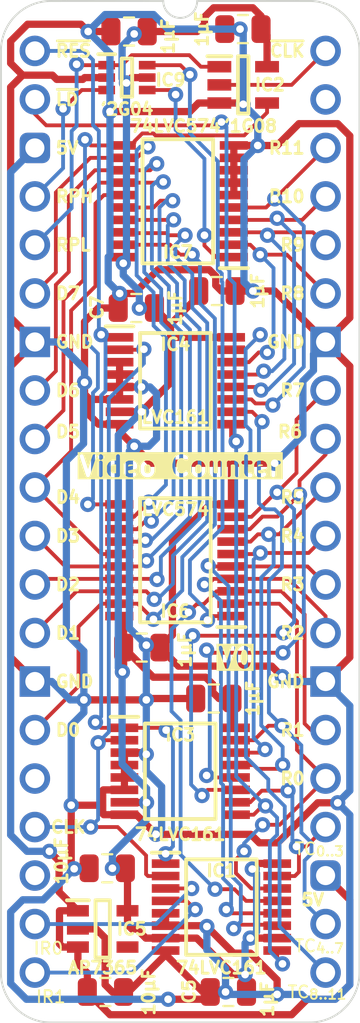
<source format=kicad_pcb>
(kicad_pcb (version 20241229) (generator "pcbnew") (generator_version "9.0")
  (title_block (title "Video Counter 12bit") (date "2026-01-15") (rev "V0"))
  (layers (0 "F.Cu" signal) (2 "B.Cu" signal) (13 "F.Paste" user) (15 "B.Paste" user) (5 "F.SilkS" user "F.Silkscreen") (7 "B.SilkS" user "B.Silkscreen") (1 "F.Mask" user) (3 "B.Mask" user) (25 "Edge.Cuts" user))
  (net 0 "")
  (net 1 "GND")
  (net 2 "5V")
  (net 3 "/3.3V")
  (net 5 "R1")
  (net 6 "IR0")
  (net 7 "R2")
  (net 8 "~{Load}")
  (net 9 "R3")
  (net 10 "IR1")
  (net 11 "R0")
  (net 12 "~{Reset}")
  (net 13 "TC_{0..3}")
  (net 14 "CLK")
  (net 15 "~{CLK}")
  (net 16 "Read Row Position Low")
  (net 17 "R5")
  (net 18 "TC_{4..7}")
  (net 19 "R6")
  (net 20 "R7")
  (net 21 "R4")
  (net 22 "R9")
  (net 23 "R11")
  (net 24 "TC_{8..11}")
  (net 25 "R10")
  (net 26 "R8")
  (net 27 "D7")
  (net 28 "D4")
  (net 29 "D0")
  (net 30 "/Clock Read Row Position")
  (net 31 "D2")
  (net 32 "/~{Read Row Position High}")
  (net 33 "/~{Read Row Position Low}")
  (net 34 "D5")
  (net 35 "D1")
  (net 36 "D3")
  (net 37 "D6")
  (net 38 "Read Row Position High")
  (footprint "SamacSys_Parts:C_0805" (layer "F.Cu") (at 10.922 -1.143 90)
    (property "Reference" "C11" (hide yes))
    (property "Value" "1μF")
  )
  (footprint "SamacSys_Parts:C_0805" (layer "F.Cu") (at 10.16 49.276 90)
    (property "Reference" "C5")
    (property "Value" "1μF")
  )
  (footprint "SamacSys_Parts:C_0805" (layer "F.Cu") (at 3.683 49.276 -90)
    (property "Reference" "C8" (hide yes))
    (property "Value" "10µF")
  )
  (footprint "SamacSys_Parts:C_0805" (layer "F.Cu") (at 5.588 31.242 -90)
    (property "Reference" "C12" (hide yes))
    (property "Value" "1μF")
  )
  (footprint "SamacSys_Parts:SOT95P275X110-5N" (layer "F.Cu") (at 10.922 1.778)
    (property "Reference" "IC2")
    (property "Value" "74LVC1G08GV,125" (hide yes))
  )
  (footprint "SamacSys_Parts:SOP65P640X110-16N" (layer "F.Cu") (at 7.62 37.719)
    (property "Reference" "IC3")
    (property "Value" "74LVC161PW,112" (hide yes))
  )
  (footprint "SamacSys_Parts:C_0805" (layer "F.Cu") (at 4.953 -1.016 90)
    (property "Reference" "C10" (hide yes))
    (property "Value" "1μF")
  )
  (footprint "SamacSys_Parts:SOP65P640X110-16N" (layer "F.Cu") (at 9.779 44.831)
    (property "Reference" "IC1")
    (property "Value" "74LVC161PW,112" (hide yes))
  )
  (footprint "SamacSys_Parts:C_0805" (layer "F.Cu") (at 3.81 42.799 90)
    (property "Reference" "C9" (hide yes))
    (property "Value" "10µF")
  )
  (footprint "SamacSys_Parts:SOP65P640X110-16N" (layer "F.Cu") (at 7.366 17.272)
    (property "Reference" "IC4")
    (property "Value" "74LVC161PW,112" (hide yes))
  )
  (footprint "SamacSys_Parts:SOT95P285X130-5N" (layer "F.Cu") (at 3.556 45.974)
    (property "Reference" "IC5")
    (property "Value" "AP7365-33WG-7" (hide yes))
  )
  (footprint "SamacSys_Parts:SOP65P210X110-6N" (layer "F.Cu") (at 4.826 1.397)
    (property "Reference" "IC9")
    (property "Value" "74LVC2G04GW-Q100H" (hide yes))
  )
  (footprint "SamacSys_Parts:SOP65P640X110-20N" (layer "F.Cu") (at 7.366 26.67 180)
    (property "Reference" "IC6")
    (property "Value" "74LVC574APW,118" (hide yes))
  )
  (footprint "SamacSys_Parts:C_0805" (layer "F.Cu") (at 9.525 12.573 -90)
    (property "Reference" "C13" (hide yes))
    (property "Value" "1μF")
  )
  (footprint "SamacSys_Parts:SOP65P640X110-20N" (layer "F.Cu") (at 7.493 7.874 180)
    (property "Reference" "IC7")
    (property "Value" "74LVC574APW,118" (hide yes))
  )
  (footprint "SamacSys_Parts:DIP-40_Board_W15.24mm" (layer "F.Cu") (at 0 0)
    (property "Reference" "J3" (hide yes))
    (property "Value" "Board 2x20 W15.24mm" (hide yes))
    (fp_line (start -1.778 48.26) (end -1.778 0) (stroke (width 0.1)) (layer "Edge.Cuts"))
    (fp_line (start 6.731 -2.6162) (end 0.835732 -2.613732) (stroke (width 0.1)) (layer "Edge.Cuts"))
    (fp_line (start 14.404267 -2.613733) (end 8.509 -2.6162) (stroke (width 0.1)) (layer "Edge.Cuts"))
    (fp_line (start 14.404268 50.873732) (end 0.835733 50.873733) (stroke (width 0.1)) (layer "Edge.Cuts"))
    (fp_line (start 17.018 48.26) (end 17.017999 -0.000001) (stroke (width 0.1)) (layer "Edge.Cuts"))
    (fp_arc (start -1.778 0) (mid -1.012456 -1.848188) (end 0.835732 -2.613732) (stroke (width 0.1)) (layer "Edge.Cuts"))
    (fp_arc (start 0.835733 50.873733) (mid -1.012456 50.108189) (end -1.778 48.26) (stroke (width 0.1)) (layer "Edge.Cuts"))
    (fp_arc (start 8.509 -2.6162) (mid 7.62 -1.7272) (end 6.731 -2.6162) (stroke (width 0.1)) (layer "Edge.Cuts"))
    (fp_arc (start 14.404267 -2.613733) (mid 16.252455 -1.848189) (end 17.017999 -0.000001) (stroke (width 0.1)) (layer "Edge.Cuts"))
    (fp_arc (start 17.018 48.26) (mid 16.252455 50.108187) (end 14.404268 50.873732) (stroke (width 0.1)) (layer "Edge.Cuts"))
  )
  (footprint "SamacSys_Parts:C_0805" (layer "F.Cu") (at 9.398 33.909 90)
    (property "Reference" "C6" (hide yes))
    (property "Value" "1μF")
  )
  (footprint "SamacSys_Parts:C_0805" (layer "F.Cu") (at 5.334 13.462 90)
    (property "Reference" "C7")
    (property "Value" "1μF")
  )
  (gr_text "TC_{0..3}" (at 16.256 41.783 0) (layer "F.SilkS") (effects (font (size 0.635 0.635) (thickness 0.1)) (justify right)))
  (gr_text "R10" (at 14.224 7.62 0) (layer "F.SilkS") (effects (font (size 0.635 0.635)) (justify right)))
  (gr_text "R11" (at 14.224 5.08 0) (layer "F.SilkS") (effects (font (size 0.635 0.635)) (justify right)))
  (gr_text "5V" (at 15.24 44.45 0) (layer "F.SilkS") (effects (font (size 0.635 0.635)) (justify right)))
  (gr_text "D5" (at 1.016 19.939 0) (layer "F.SilkS") (effects (font (size 0.635 0.635)) (justify left)))
  (gr_text "TC_{4..7}" (at 16.256 46.863 0) (layer "F.SilkS") (effects (font (size 0.635 0.635) (thickness 0.1)) (justify right)))
  (gr_text "~{CLK}" (at 14.224 0 0) (layer "F.SilkS") (effects (font (size 0.635 0.635)) (justify right)))
  (gr_text "IR1" (at 0 49.53 0) (layer "F.SilkS") (effects (font (size 0.635 0.635) (thickness 0.1)) (justify left)))
  (gr_text "V0" (at 10.541 32.385 0) (layer "F.SilkS" knockout) (effects (font (size 1 1) (thickness 0.2) (bold yes)) (justify bottom)))
  (gr_text "GND" (at 14.224 15.24 0) (layer "F.SilkS") (effects (font (size 0.635 0.635)) (justify right)))
  (gr_text "GND" (at 1.016 33.02 0) (layer "F.SilkS") (effects (font (size 0.635 0.635)) (justify left)))
  (gr_text "R0" (at 14.224 38.1 0) (layer "F.SilkS") (effects (font (size 0.635 0.635)) (justify right)))
  (gr_text "CLK" (at 0.762 40.64 0) (layer "F.SilkS") (effects (font (size 0.635 0.635)) (justify left)))
  (gr_text "D0" (at 1.016 35.56 0) (layer "F.SilkS") (effects (font (size 0.635 0.635)) (justify left)))
  (gr_text "D4" (at 1.016 23.368 0) (layer "F.SilkS") (effects (font (size 0.635 0.635)) (justify left)))
  (gr_text "D6" (at 1.016 17.78 0) (layer "F.SilkS") (effects (font (size 0.635 0.635)) (justify left)))
  (gr_text "~{RES}" (at 1.016 0 0) (layer "F.SilkS") (effects (font (size 0.635 0.635)) (justify left)))
  (gr_text "D7" (at 1.016 12.7 0) (layer "F.SilkS") (effects (font (size 0.635 0.635)) (justify left)))
  (gr_text "R6" (at 14.097 19.939 0) (layer "F.SilkS") (effects (font (size 0.635 0.635)) (justify right)))
  (gr_text "D1" (at 1.016 30.48 0) (layer "F.SilkS") (effects (font (size 0.635 0.635)) (justify left)))
  (gr_text "RPH" (at 1.016 7.62 0) (layer "F.SilkS") (effects (font (size 0.635 0.635)) (justify left)))
  (gr_text "R5" (at 14.224 23.368 0) (layer "F.SilkS") (effects (font (size 0.635 0.635)) (justify right)))
  (gr_text "~{LD}" (at 1.016 2.54 0) (layer "F.SilkS") (effects (font (size 0.635 0.635) (thickness 0.15) (bold yes)) (justify left)))
  (gr_text "R3" (at 14.224 27.94 0) (layer "F.SilkS") (effects (font (size 0.635 0.635)) (justify right)))
  (gr_text "R9" (at 14.224 10.16 0) (layer "F.SilkS") (effects (font (size 0.635 0.635)) (justify right)))
  (gr_text "TC_{8..11}" (at 16.383 49.276 0) (layer "F.SilkS") (effects (font (size 0.635 0.635) (thickness 0.1)) (justify right)))
  (gr_text "IR0" (at -0.127 46.99 0) (layer "F.SilkS") (effects (font (size 0.635 0.635) (thickness 0.1)) (justify left)))
  (gr_text "R2" (at 14.224 30.48 0) (layer "F.SilkS") (effects (font (size 0.635 0.635)) (justify right)))
  (gr_text "R1" (at 14.224 35.56 0) (layer "F.SilkS") (effects (font (size 0.635 0.635)) (justify right)))
  (gr_text "R4" (at 14.224 25.4 0) (layer "F.SilkS") (effects (font (size 0.635 0.635)) (justify right)))
  (gr_text "D3" (at 1.016 25.4 0) (layer "F.SilkS") (effects (font (size 0.635 0.635)) (justify left)))
  (gr_text "R8" (at 14.224 12.7 0) (layer "F.SilkS") (effects (font (size 0.635 0.635)) (justify right)))
  (gr_text "R7" (at 14.224 17.78 0) (layer "F.SilkS") (effects (font (size 0.635 0.635)) (justify right)))
  (gr_text "RPL" (at 1.016 10.16 0) (layer "F.SilkS") (effects (font (size 0.635 0.635)) (justify left)))
  (gr_text "Video Counter" (at 7.62 22.352 0) (layer "F.SilkS" knockout) (effects (font (size 1 1) (thickness 0.2) (bold yes)) (justify bottom)))
  (gr_text "GND" (at 14.224 33.02 0) (layer "F.SilkS") (effects (font (size 0.635 0.635)) (justify right)))
  (gr_text "D2" (at 1.016 27.94 0) (layer "F.SilkS") (effects (font (size 0.635 0.635)) (justify left)))
  (gr_text "GND" (at 1.016 15.24 0) (layer "F.SilkS") (effects (font (size 0.635 0.635)) (justify left)))
  (gr_text "5V" (at 1.016 5.08 0) (layer "F.SilkS") (effects (font (size 0.635 0.635)) (justify left)))
  (segment (start 4.064 49.276) (end 4.649 49.276) (width 0.38) (layer "F.Cu") (net 1))
  (segment (start -1.27 31.75) (end -1.27 16.51) (width 0.38) (layer "F.Cu") (net 1))
  (segment (start 8.976 45.806) (end 9.017 45.847) (width 0.38) (layer "F.Cu") (net 1))
  (segment (start 10.414 47.244) (end 10.541 47.244) (width 0.38) (layer "F.Cu") (net 1))
  (segment (start 14.827085 39.37) (end 12.731585 41.4655) (width 0.38) (layer "F.Cu") (net 1))
  (segment (start 10.304 21.607) (end 10.287 21.59) (width 0.38) (layer "F.Cu") (net 1))
  (segment (start 7.209922 30.586078) (end 7.209922 25.721578) (width 0.38) (layer "F.Cu") (net 1))
  (segment (start 9.956 -1.143) (end 10.7565 -1.143) (width 0.38) (layer "F.Cu") (net 1))
  (segment (start 6.854 47.317) (end 8.813 49.276) (width 0.38) (layer "F.Cu") (net 1))
  (segment (start 16.51 31.75) (end 16.51 16.51) (width 0.38) (layer "F.Cu") (net 1))
  (segment (start 12.416982 32.214) (end 12.968 32.765018) (width 0.38) (layer "F.Cu") (net 1))
  (segment (start 5.207 12.7) (end 4.445 12.7) (width 0.38) (layer "F.Cu") (net 1))
  (segment (start 9.672 2.728) (end 10.856 2.728) (width 0.38) (layer "F.Cu") (net 1))
  (segment (start 9.144 11.458) (end 6.449 11.458) (width 0.38) (layer "F.Cu") (net 1))
  (segment (start 16.51 4.445) (end 15.875 3.81) (width 0.38) (layer "F.Cu") (net 1))
  (segment (start 11.680002 4.949) (end 11.684001 4.952999) (width 0.38) (layer "F.Cu") (net 1))
  (segment (start 11.763705 41.4655) (end 11.319205 41.021) (width 0.38) (layer "F.Cu") (net 1))
  (segment (start 15.24 33.02) (end 16.51 31.75) (width 0.38) (layer "F.Cu") (net 1))
  (segment (start 12.7 48.641) (end 12.7 49.403) (width 0.38) (layer "F.Cu") (net 1))
  (segment (start 7.209922 25.721578) (end 9.1865 23.745) (width 0.38) (layer "F.Cu") (net 1))
  (segment (start 8.128 3.175) (end 3.937 3.175) (width 0.38) (layer "F.Cu") (net 1))
  (segment (start 1.905 42.66947) (end 2.059982 42.824452) (width 0.38) (layer "F.Cu") (net 1))
  (segment (start 2.51479 1.49) (end 1.143 1.49) (width 0.38) (layer "F.Cu") (net 1))
  (segment (start 6.554 31.242) (end 5.969 31.242) (width 0.38) (layer "F.Cu") (net 1))
  (segment (start 4.695 39.994) (end 3.615 39.994) (width 0.38) (layer "F.Cu") (net 1))
  (segment (start 4.441 19.935) (end 5.207 20.701) (width 0.38) (layer "F.Cu") (net 1))
  (segment (start 9.9945 49.276) (end 9.194 49.276) (width 0.38) (layer "F.Cu") (net 1))
  (segment (start 2.413004 -1.397) (end 2.794 -1.016004) (width 0.38) (layer "F.Cu") (net 1))
  (segment (start 15.875 3.81) (end 13.843 3.81) (width 0.38) (layer "F.Cu") (net 1))
  (segment (start 11.319205 41.021) (end 6.35 41.021) (width 0.38) (layer "F.Cu") (net 1))
  (segment (start 4.441 18.247) (end 2.88 18.247) (width 0.38) (layer "F.Cu") (net 1))
  (segment (start 15.24 15.24) (end 12.573 12.573) (width 0.38) (layer "F.Cu") (net 1))
  (segment (start 4.695 37.394) (end 4.695 38.044) (width 0.38) (layer "F.Cu") (net 1))
  (segment (start 3.683 48.895) (end 4.064 49.276) (width 0.38) (layer "F.Cu") (net 1))
  (segment (start 10.287 21.59) (end 12.573 21.59) (width 0.38) (layer "F.Cu") (net 1))
  (segment (start 3.764 1.397) (end 2.60779 1.397) (width 0.38) (layer "F.Cu") (net 1))
  (segment (start 6.096 21.59) (end 5.207 20.701) (width 0.38) (layer "F.Cu") (net 1))
  (segment (start 10.304 23.745) (end 10.304 21.607) (width 0.38) (layer "F.Cu") (net 1))
  (segment (start 4.368 13.462) (end 3.327771 13.462) (width 0.38) (layer "F.Cu") (net 1))
  (segment (start 12.573 12.573) (end 11.43 12.573) (width 0.38) (layer "F.Cu") (net 1))
  (segment (start 10.431 4.949) (end 10.431 5.599) (width 0.38) (layer "F.Cu") (net 1))
  (segment (start 4.695 36.744) (end 5.756 36.744) (width 0.38) (layer "F.Cu") (net 1))
  (segment (start 11.43 12.573) (end 10.491 12.573) (width 0.38) (layer "F.Cu") (net 1))
  (segment (start 10.856 2.728) (end 10.922 2.794) (width 0.38) (layer "F.Cu") (net 1))
  (segment (start 6.854 47.106) (end 6.854 47.325) (width 0.38) (layer "F.Cu") (net 1))
  (segment (start 4.445 12.7) (end 4.445 13.385) (width 0.38) (layer "F.Cu") (net 1))
  (segment (start 3.336 19.547) (end 2.88 19.091) (width 0.38) (layer "F.Cu") (net 1))
  (segment (start 10.287 21.59) (end 6.096 21.59) (width 0.38) (layer "F.Cu") (net 1))
  (segment (start -0.381 -1.397) (end 2.413004 -1.397) (width 0.38) (layer "F.Cu") (net 1))
  (segment (start 9.481 12.275) (end 9.481 11.795) (width 0.38) (layer "F.Cu") (net 1))
  (segment (start 16.51 16.51) (end 15.24 15.24) (width 0.38) (layer "F.Cu") (net 1))
  (segment (start 9.017 45.847) (end 10.414 47.244) (width 0.38) (layer "F.Cu") (net 1))
  (segment (start 4.695 36.744) (end 4.695 37.394) (width 0.38) (layer "F.Cu") (net 1))
  (segment (start -0.642979 1.27) (end -1.27 0.642979) (width 0.38) (layer "F.Cu") (net 1))
  (segment (start 3.327771 13.462) (end 2.603922 14.185849) (width 0.38) (layer "F.Cu") (net 1))
  (segment (start 9.194 49.276) (end 8.812998 49.657002) (width 0.38) (layer "F.Cu") (net 1))
  (segment (start 10.431 6.249) (end 10.431 5.599) (width 0.38) (layer "F.Cu") (net 1))
  (segment (start 6.854 47.325) (end 4.903 49.276) (width 0.38) (layer "F.Cu") (net 1))
  (segment (start -0.642979 1.27) (end -1.27 1.897021) (width 0.38) (layer "F.Cu") (net 1))
  (segment (start 0 33.02) (end -1.27 31.75) (width 0.38) (layer "F.Cu") (net 1))
  (segment (start 10.431 6.899) (end 10.431 6.249) (width 0.38) (layer "F.Cu") (net 1))
  (segment (start 2.794004 -1.016) (end 2.794 -1.016004) (width 0.38) (layer "F.Cu") (net 1))
  (segment (start 1.143 1.49) (end 0.923 1.27) (width 0.38) (layer "F.Cu") (net 1))
  (segment (start -1.27 1.897021) (end -1.27 13.97) (width 0.38) (layer "F.Cu") (net 1))
  (segment (start 5.840517 33.98112) (end 5.841999 33.979638) (width 0.38) (layer "F.Cu") (net 1))
  (segment (start 8.812998 49.657002) (end 6.985 49.657002) (width 0.38) (layer "F.Cu") (net 1))
  (segment (start 2.603922 17.970922) (end 2.603922 17.354206) (width 0.38) (layer "F.Cu") (net 1))
  (segment (start 6.554 31.242) (end 7.209922 30.586078) (width 0.38) (layer "F.Cu") (net 1))
  (segment (start 10.541 47.244) (end 11.303 47.244) (width 0.38) (layer "F.Cu") (net 1))
  (segment (start 3.615 39.994) (end 3.556 39.935) (width 0.38) (layer "F.Cu") (net 1))
  (segment (start 4.695 38.044) (end 4.695 38.694) (width 0.38) (layer "F.Cu") (net 1))
  (segment (start 1.905 39.497) (end 1.905 42.66947) (width 0.38) (layer "F.Cu") (net 1))
  (segment (start 16.51 13.97) (end 16.51 4.445) (width 0.38) (layer "F.Cu") (net 1))
  (segment (start 2.60779 1.397) (end 2.51479 1.49) (width 0.38) (layer "F.Cu") (net 1))
  (segment (start 8.813 49.276) (end 9.194 49.276) (width 0.38) (layer "F.Cu") (net 1))
  (segment (start 2.256 45.974) (end 3.211 45.974) (width 0.38) (layer "F.Cu") (net 1))
  (segment (start 9.1865 23.745) (end 10.304 23.745) (width 0.38) (layer "F.Cu") (net 1))
  (segment (start 9.779 12.573) (end 9.481 12.275) (width 0.38) (layer "F.Cu") (net 1))
  (segment (start 10.431 4.949) (end 11.680002 4.949) (width 0.38) (layer "F.Cu") (net 1))
  (segment (start 3.556 39.497) (end 3.556 38.728) (width 0.38) (layer "F.Cu") (net 1))
  (segment (start 2.603922 14.185849) (end 2.603922 17.354206) (width 0.38) (layer "F.Cu") (net 1))
  (segment (start 7.526 32.214) (end 12.416982 32.214) (width 0.38) (layer "F.Cu") (net 1))
  (segment (start 0.923 1.27) (end -0.642979 1.27) (width 0.38) (layer "F.Cu") (net 1))
  (segment (start 3.211 45.974) (end 3.683 46.446) (width 0.38) (layer "F.Cu") (net 1))
  (segment (start 8.575 2.728) (end 8.128 3.175) (width 0.38) (layer "F.Cu") (net 1))
  (segment (start 15.24 15.24) (end 16.51 13.97) (width 0.38) (layer "F.Cu") (net 1))
  (segment (start 6.554 31.242) (end 7.526 32.214) (width 0.38) (layer "F.Cu") (net 1))
  (segment (start 3.556 38.728) (end 3.59 38.694) (width 0.38) (layer "F.Cu") (net 1))
  (segment (start 3.556 39.935) (end 3.556 39.497) (width 0.38) (layer "F.Cu") (net 1))
  (segment (start 5.323 39.994) (end 6.35 41.021) (width 0.38) (layer "F.Cu") (net 1))
  (segment (start 4.441 17.597) (end 5.587992 17.597) (width 0.38) (layer "F.Cu") (net 1))
  (segment (start -1.27 -0.508) (end -0.381 -1.397) (width 0.38) (layer "F.Cu") (net 1))
  (segment (start -1.27 0.642979) (end -1.27 -0.508) (width 0.38) (layer "F.Cu") (net 1))
  (segment (start 4.441 19.547) (end 4.441 19.935) (width 0.38) (layer "F.Cu") (net 1))
  (segment (start 8.432 33.909) (end 5.912637 33.909) (width 0.38) (layer "F.Cu") (net 1))
  (segment (start 3.556 39.497) (end 1.905 39.497) (width 0.38) (layer "F.Cu") (net 1))
  (segment (start 5.912637 33.909) (end 5.841999 33.979638) (width 0.38) (layer "F.Cu") (net 1))
  (segment (start 6.854 45.156) (end 6.854 45.806) (width 0.38) (layer "F.Cu") (net 1))
  (segment (start 12.731585 41.4655) (end 11.763705 41.4655) (width 0.38) (layer "F.Cu") (net 1))
  (segment (start 4.441 19.547) (end 3.336 19.547) (width 0.38) (layer "F.Cu") (net 1))
  (segment (start 11.303 47.244) (end 12.7 48.641) (width 0.38) (layer "F.Cu") (net 1))
  (segment (start 9.672 2.728) (end 8.575 2.728) (width 0.38) (layer "F.Cu") (net 1))
  (segment (start 4.441 18.247) (end 4.441 17.597) (width 0.38) (layer "F.Cu") (net 1))
  (segment (start 3.59 38.694) (end 4.695 38.694) (width 0.38) (layer "F.Cu") (net 1))
  (segment (start 6.854 45.806) (end 8.976 45.806) (width 0.38) (layer "F.Cu") (net 1))
  (segment (start 10.431 7.549) (end 10.431 6.899) (width 0.38) (layer "F.Cu") (net 1))
  (segment (start 2.56883 33.98112) (end 5.840517 33.98112) (width 0.38) (layer "F.Cu") (net 1))
  (segment (start 5.969 31.242) (end 5.842 31.115) (width 0.38) (layer "F.Cu") (net 1))
  (segment (start 2.085434 42.799) (end 2.059982 42.824452) (width 0.38) (layer "F.Cu") (net 1))
  (segment (start -1.27 16.51) (end 0 15.24) (width 0.38) (layer "F.Cu") (net 1))
  (segment (start 6.449 11.458) (end 5.207 12.7) (width 0.38) (layer "F.Cu") (net 1))
  (segment (start 12.700001 4.952999) (end 11.684001 4.952999) (width 0.38) (layer "F.Cu") (net 1))
  (segment (start 3.987 -1.016) (end 2.794004 -1.016) (width 0.38) (layer "F.Cu") (net 1))
  (segment (start 2.88 18.247) (end 2.603922 17.970922) (width 0.38) (layer "F.Cu") (net 1))
  (segment (start 6.854 47.106) (end 6.854 47.317) (width 0.38) (layer "F.Cu") (net 1))
  (segment (start 9.481 11.795) (end 9.144 11.458) (width 0.38) (layer "F.Cu") (net 1))
  (segment (start 13.843 3.81) (end 12.700001 4.952999) (width 0.38) (layer "F.Cu") (net 1))
  (segment (start 5.756 36.744) (end 5.842 36.83) (width 0.38) (layer "F.Cu") (net 1))
  (segment (start 15.875 39.37) (end 14.827085 39.37) (width 0.38) (layer "F.Cu") (net 1))
  (segment (start 3.683 46.446) (end 3.683 48.895) (width 0.38) (layer "F.Cu") (net 1))
  (segment (start -1.27 13.97) (end 0 15.24) (width 0.38) (layer "F.Cu") (net 1))
  (segment (start 2.88 19.091) (end 2.88 18.247) (width 0.38) (layer "F.Cu") (net 1))
  (segment (start 4.441 16.297) (end 4.441 16.947) (width 0.38) (layer "F.Cu") (net 1))
  (segment (start 4.441 17.597) (end 4.441 16.947) (width 0.38) (layer "F.Cu") (net 1))
  (segment (start 10.491 12.573) (end 9.779 12.573) (width 0.38) (layer "F.Cu") (net 1))
  (segment (start 2.844 42.799) (end 2.085434 42.799) (width 0.38) (layer "F.Cu") (net 1))
  (segment (start 4.695 39.994) (end 5.323 39.994) (width 0.38) (layer "F.Cu") (net 1))
  (via (at 2.603922 17.354206) (size 0.8) (drill 0.4) (layers "F.Cu" "B.Cu") (net 1))
  (via (at 12.573 21.59) (size 0.8) (drill 0.4) (layers "F.Cu" "B.Cu") (net 1))
  (via (at 11.684001 4.952999) (size 0.8) (drill 0.4) (layers "F.Cu" "B.Cu") (net 1))
  (via (at 2.794 -1.016004) (size 0.8) (drill 0.4) (layers "F.Cu" "B.Cu") (net 1))
  (via (at 5.207 20.701) (size 0.8) (drill 0.4) (layers "F.Cu" "B.Cu") (net 1))
  (via (at 12.7 49.403) (size 0.8) (drill 0.4) (layers "F.Cu" "B.Cu") (net 1))
  (via (at 10.922 2.794) (size 0.8) (drill 0.4) (layers "F.Cu" "B.Cu") (net 1))
  (via (at 10.7565 -1.143) (size 0.8) (drill 0.4) (layers "F.Cu" "B.Cu") (net 1))
  (via (at 4.445 12.7) (size 0.8) (drill 0.4) (layers "F.Cu" "B.Cu") (net 1))
  (via (at 5.842 31.115) (size 0.8) (drill 0.4) (layers "F.Cu" "B.Cu") (net 1))
  (via (at 9.9945 49.276) (size 0.8) (drill 0.4) (layers "F.Cu" "B.Cu") (net 1))
  (via (at 12.968 32.765018) (size 0.8) (drill 0.4) (layers "F.Cu" "B.Cu") (net 1))
  (via (at 6.985 49.657002) (size 0.8) (drill 0.4) (layers "F.Cu" "B.Cu") (net 1))
  (via (at 6.35 41.021) (size 0.8) (drill 0.4) (layers "F.Cu" "B.Cu") (net 1))
  (via (at 2.56883 33.98112) (size 0.8) (drill 0.4) (layers "F.Cu" "B.Cu") (net 1))
  (via (at 3.937 3.175) (size 0.8) (drill 0.4) (layers "F.Cu" "B.Cu") (net 1))
  (via (at 1.905 39.497) (size 0.8) (drill 0.4) (layers "F.Cu" "B.Cu") (net 1))
  (via (at 2.059982 42.824452) (size 0.8) (drill 0.4) (layers "F.Cu" "B.Cu") (net 1))
  (via (at 5.842 36.83) (size 0.8) (drill 0.4) (layers "F.Cu" "B.Cu") (net 1))
  (via (at 11.43 12.573) (size 0.8) (drill 0.4) (layers "F.Cu" "B.Cu") (net 1))
  (via (at 9.017 45.847) (size 0.8) (drill 0.4) (layers "F.Cu" "B.Cu") (net 1))
  (via (at 5.841999 33.979638) (size 0.8) (drill 0.4) (layers "F.Cu" "B.Cu") (net 1))
  (via (at 5.587992 17.597) (size 0.8) (drill 0.4) (layers "F.Cu" "B.Cu") (net 1))
  (via (at 15.875 39.37) (size 0.8) (drill 0.4) (layers "F.Cu" "B.Cu") (net 1))
  (segment (start 10.1215 49.403) (end 9.9945 49.276) (width 0.38) (layer "B.Cu") (net 1))
  (segment (start 4.953 30.226) (end 4.953 20.955) (width 0.38) (layer "B.Cu") (net 1))
  (segment (start 13.97 49.403) (end 14.224 49.657) (width 0.38) (layer "B.Cu") (net 1))
  (segment (start -1.27 48.8315) (end -0.444498 49.657002) (width 0.38) (layer "B.Cu") (net 1))
  (segment (start 3.937 3.175) (end 3.937 0.126996) (width 0.38) (layer "B.Cu") (net 1))
  (segment (start 16.51 48.895) (end 16.51 40.005) (width 0.38) (layer "B.Cu") (net 1))
  (segment (start 6.379529 20.290471) (end 5.969 20.701) (width 0.38) (layer "B.Cu") (net 1))
  (segment (start 9.017 47.07275) (end 9.9945 48.05025) (width 0.38) (layer "B.Cu") (net 1))
  (segment (start 5.842 31.115) (end 4.953 30.226) (width 0.38) (layer "B.Cu") (net 1))
  (segment (start 6.645616 38.522616) (end 5.842 37.719) (width 0.38) (layer "B.Cu") (net 1))
  (segment (start 6.379529 17.936529) (end 6.379529 20.290471) (width 0.38) (layer "B.Cu") (net 1))
  (segment (start 3.937 0.126996) (end 2.794 -1.016004) (width 0.38) (layer "B.Cu") (net 1))
  (segment (start -0.444498 49.657002) (end 6.985 49.657002) (width 0.38) (layer "B.Cu") (net 1))
  (segment (start 14.605 15.875) (end 15.24 15.24) (width 0.38) (layer "B.Cu") (net 1))
  (segment (start 0 15.24) (end 1.18 15.24) (width 0.38) (layer "B.Cu") (net 1))
  (segment (start 0 33.02) (end 0.889 33.02) (width 0.38) (layer "B.Cu") (net 1))
  (segment (start 14.605 16.732084) (end 14.605 15.875) (width 0.38) (layer "B.Cu") (net 1))
  (segment (start 3.844 12.099) (end 3.844 10.79098) (width 0.38) (layer "B.Cu") (net 1))
  (segment (start 10.922 2.794) (end 11.684001 3.556001) (width 0.38) (layer "B.Cu") (net 1))
  (segment (start 14.05 17.287084) (end 14.605 16.732084) (width 0.38) (layer "B.Cu") (net 1))
  (segment (start 11.684001 3.556001) (end 11.684001 4.952999) (width 0.38) (layer "B.Cu") (net 1))
  (segment (start 15.24 33.02) (end 16.51 34.29) (width 0.38) (layer "B.Cu") (net 1))
  (segment (start 15.748 49.657) (end 16.51 48.895) (width 0.38) (layer "B.Cu") (net 1))
  (segment (start 6.223 -1.905) (end 3.682996 -1.905) (width 0.38) (layer "B.Cu") (net 1))
  (segment (start 2.553838 20.560162) (end 2.553838 17.40429) (width 0.38) (layer "B.Cu") (net 1))
  (segment (start 14.05 20.113) (end 14.05 17.287084) (width 0.38) (layer "B.Cu") (net 1))
  (segment (start 11.684001 4.952999) (end 10.961 5.676) (width 0.38) (layer "B.Cu") (net 1))
  (segment (start 3.682996 -1.905) (end 2.794 -1.016004) (width 0.38) (layer "B.Cu") (net 1))
  (segment (start 10.922 2.794) (end 10.922 -0.9775) (width 0.38) (layer "B.Cu") (net 1))
  (segment (start 6.35 41.021) (end 6.645616 40.725384) (width 0.38) (layer "B.Cu") (net 1))
  (segment (start 4.953 20.955) (end 5.207 20.701) (width 0.38) (layer "B.Cu") (net 1))
  (segment (start 6.645616 40.725384) (end 6.645616 38.522616) (width 0.38) (layer "B.Cu") (net 1))
  (segment (start 2.56883 33.98112) (end 2.56883 31.429745) (width 0.38) (layer "B.Cu") (net 1))
  (segment (start -1.27 45.085) (end -1.27 48.8315) (width 0.38) (layer "B.Cu") (net 1))
  (segment (start 2.059982 42.824452) (end 0.434434 44.45) (width 0.38) (layer "B.Cu") (net 1))
  (segment (start 10.7565 -1.143) (end 6.985 -1.143) (width 0.38) (layer "B.Cu") (net 1))
  (segment (start 9.017 45.847) (end 9.017 47.07275) (width 0.38) (layer "B.Cu") (net 1))
  (segment (start 12.7 49.403) (end 13.97 49.403) (width 0.38) (layer "B.Cu") (net 1))
  (segment (start 1.651 30.511915) (end 1.651 21.463) (width 0.38) (layer "B.Cu") (net 1))
  (segment (start 16.51 34.29) (end 16.51 38.735) (width 0.38) (layer "B.Cu") (net 1))
  (segment (start 1.905 39.497) (end 1.905 35.306) (width 0.38) (layer "B.Cu") (net 1))
  (segment (start 12.7 49.403) (end 10.1215 49.403) (width 0.38) (layer "B.Cu") (net 1))
  (segment (start 2.56883 34.64217) (end 2.56883 33.98112) (width 0.38) (layer "B.Cu") (net 1))
  (segment (start 9.9945 48.05025) (end 9.9945 49.276) (width 0.38) (layer "B.Cu") (net 1))
  (segment (start 5.842 33.979639) (end 5.842 36.83) (width 0.38) (layer "B.Cu") (net 1))
  (segment (start 14.224 49.657) (end 15.748 49.657) (width 0.38) (layer "B.Cu") (net 1))
  (segment (start 0.889 33.02) (end 1.85012 33.98112) (width 0.38) (layer "B.Cu") (net 1))
  (segment (start 1.905 35.306) (end 2.56883 34.64217) (width 0.38) (layer "B.Cu") (net 1))
  (segment (start 6.985 -1.143) (end 6.223 -1.905) (width 0.38) (layer "B.Cu") (net 1))
  (segment (start 5.587992 17.597) (end 6.04 17.597) (width 0.38) (layer "B.Cu") (net 1))
  (segment (start 10.961 5.676) (end 10.961 12.104) (width 0.38) (layer "B.Cu") (net 1))
  (segment (start 3.937 10.69798) (end 3.937 3.175) (width 0.38) (layer "B.Cu") (net 1))
  (segment (start 12.573 21.59) (end 14.05 20.113) (width 0.38) (layer "B.Cu") (net 1))
  (segment (start 2.553838 17.40429) (end 2.603922 17.354206) (width 0.38) (layer "B.Cu") (net 1))
  (segment (start 0.434434 44.45) (end -0.635 44.45) (width 0.38) (layer "B.Cu") (net 1))
  (segment (start 16.51 40.005) (end 15.875 39.37) (width 0.38) (layer "B.Cu") (net 1))
  (segment (start 1.85012 33.98112) (end 2.56883 33.98112) (width 0.38) (layer "B.Cu") (net 1))
  (segment (start 15.24 33.02) (end 13.222982 33.02) (width 0.38) (layer "B.Cu") (net 1))
  (segment (start 6.04 17.597) (end 6.379529 17.936529) (width 0.38) (layer "B.Cu") (net 1))
  (segment (start 5.842 33.979637) (end 5.841999 33.979638) (width 0.38) (layer "B.Cu") (net 1))
  (segment (start 2.56883 31.429745) (end 1.651 30.511915) (width 0.38) (layer "B.Cu") (net 1))
  (segment (start 2.603922 16.663922) (end 2.603922 17.354206) (width 0.38) (layer "B.Cu") (net 1))
  (segment (start 5.841999 33.979638) (end 5.842 33.979639) (width 0.38) (layer "B.Cu") (net 1))
  (segment (start 10.922 -0.9775) (end 10.7565 -1.143) (width 0.38) (layer "B.Cu") (net 1))
  (segment (start -0.635 44.45) (end -1.27 45.085) (width 0.38) (layer "B.Cu") (net 1))
  (segment (start 16.51 38.735) (end 15.875 39.37) (width 0.38) (layer "B.Cu") (net 1))
  (segment (start 13.222982 33.02) (end 12.968 32.765018) (width 0.38) (layer "B.Cu") (net 1))
  (segment (start 5.842 31.115) (end 5.842 33.979637) (width 0.38) (layer "B.Cu") (net 1))
  (segment (start 4.445 12.7) (end 3.844 12.099) (width 0.38) (layer "B.Cu") (net 1))
  (segment (start 3.844 10.79098) (end 3.937 10.69798) (width 0.38) (layer "B.Cu") (net 1))
  (segment (start 5.969 20.701) (end 5.207 20.701) (width 0.38) (layer "B.Cu") (net 1))
  (segment (start 5.842 37.719) (end 5.842 36.83) (width 0.38) (layer "B.Cu") (net 1))
  (segment (start 1.18 15.24) (end 2.603922 16.663922) (width 0.38) (layer "B.Cu") (net 1))
  (segment (start 1.651 21.463) (end 2.553838 20.560162) (width 0.38) (layer "B.Cu") (net 1))
  (segment (start 10.961 12.104) (end 11.43 12.573) (width 0.38) (layer "B.Cu") (net 1))
  (segment (start 16.51 48.895) (end 15.748 49.657) (width 0.38) (layer "F.Cu") (net 2))
  (segment (start 2.256 46.924) (end 2.256 47.7855) (width 0.38) (layer "F.Cu") (net 2))
  (segment (start 15.24 43.18) (end 16.51 44.45) (width 0.38) (layer "F.Cu") (net 2))
  (segment (start 2.256 47.7855) (end 2.749 48.2785) (width 0.38) (layer "F.Cu") (net 2))
  (segment (start 1.27 44.038) (end 1.27 42.418) (width 0.38) (layer "F.Cu") (net 2))
  (segment (start 2.256 45.024) (end 1.301 45.024) (width 0.38) (layer "F.Cu") (net 2))
  (segment (start 1.27 42.418) (end 0.762 41.91) (width 0.38) (layer "F.Cu") (net 2))
  (segment (start 16.51 44.45) (end 16.51 48.895) (width 0.38) (layer "F.Cu") (net 2))
  (segment (start 14.272561 49.657) (end 13.462 50.467561) (width 0.38) (layer "F.Cu") (net 2))
  (segment (start 1.291 46.757) (end 1.458 46.924) (width 0.38) (layer "F.Cu") (net 2))
  (segment (start 3.940561 50.467561) (end 2.749 49.276) (width 0.38) (layer "F.Cu") (net 2))
  (segment (start 1.291 45.034) (end 1.291 46.757) (width 0.38) (layer "F.Cu") (net 2))
  (segment (start 2.749 48.2785) (end 2.749 49.276) (width 0.38) (layer "F.Cu") (net 2))
  (segment (start 13.462 50.467561) (end 3.940561 50.467561) (width 0.38) (layer "F.Cu") (net 2))
  (segment (start 1.458 46.924) (end 2.256 46.924) (width 0.38) (layer "F.Cu") (net 2))
  (segment (start 1.301 45.024) (end 1.291 45.034) (width 0.38) (layer "F.Cu") (net 2))
  (segment (start 15.748 49.657) (end 14.272561 49.657) (width 0.38) (layer "F.Cu") (net 2))
  (segment (start 2.256 45.024) (end 1.27 44.038) (width 0.38) (layer "F.Cu") (net 2))
  (via (at 0.762 41.91) (size 0.8) (drill 0.4) (layers "F.Cu" "B.Cu") (net 2))
  (segment (start -0.412915 41.91) (end 0.762 41.91) (width 0.38) (layer "B.Cu") (net 2))
  (segment (start -1.27 6.35) (end -1.27 41.052915) (width 0.38) (layer "B.Cu") (net 2))
  (segment (start -1.27 41.052915) (end -0.412915 41.91) (width 0.38) (layer "B.Cu") (net 2))
  (segment (start 0 5.08) (end -1.27 6.35) (width 0.38) (layer "B.Cu") (net 2))
  (segment (start 10.291 14.997) (end 7.123 14.997) (width 0.38) (layer "F.Cu") (net 3))
  (segment (start 11.856 -1.143) (end 11.856 -1.832) (width 0.38) (layer "F.Cu") (net 3))
  (segment (start 9.322 33.161976) (end 8.954024 32.794) (width 0.38) (layer "F.Cu") (net 3))
  (segment (start 10.389716 48.362716) (end 11.020376 48.362716) (width 0.38) (layer "F.Cu") (net 3))
  (segment (start 5.589529 18.897) (end 7.112 17.374529) (width 0.38) (layer "F.Cu") (net 3))
  (segment (start 5.08 45.974) (end 4.856 45.75) (width 0.38) (layer "F.Cu") (net 3))
  (segment (start 12.704 46.456) (end 11.291961 46.456) (width 0.38) (layer "F.Cu") (net 3))
  (segment (start 11.689844 42.545) (end 12.693 42.545) (width 0.38) (layer "F.Cu") (net 3))
  (segment (start 5.816 46.456) (end 5.334 45.974) (width 0.38) (layer "F.Cu") (net 3))
  (segment (start 4.856 45.75) (end 4.856 45.024) (width 0.38) (layer "F.Cu") (net 3))
  (segment (start 5.080038 1.397) (end 4.801002 1.676036) (width 0.38) (layer "F.Cu") (net 3))
  (segment (start 6.854 46.456) (end 8.483 46.456) (width 0.38) (layer "F.Cu") (net 3))
  (segment (start 11.291961 46.456) (end 11.289961 46.454) (width 0.38) (layer "F.Cu") (net 3))
  (segment (start 5.334 45.974) (end 5.08 45.974) (width 0.38) (layer "F.Cu") (net 3))
  (segment (start 4.654 31.242) (end 4.654 32.450909) (width 0.38) (layer "F.Cu") (net 3))
  (segment (start 12.172 -0.827) (end 11.856 -1.143) (width 0.38) (layer "F.Cu") (net 3))
  (segment (start 9.37 -2.258) (end 8.89 -1.778) (width 0.38) (layer "F.Cu") (net 3))
  (segment (start 11.856 -1.832) (end 11.43 -2.258) (width 0.38) (layer "F.Cu") (net 3))
  (segment (start 6.268 13.462) (end 7.112 14.306) (width 0.38) (layer "F.Cu") (net 3))
  (segment (start 9.652 33.909) (end 9.322 33.579) (width 0.38) (layer "F.Cu") (net 3))
  (segment (start 8.89 -1.397) (end 8.509 -1.016) (width 0.38) (layer "F.Cu") (net 3))
  (segment (start 4.856 42.911) (end 4.856 44.77) (width 0.38) (layer "F.Cu") (net 3))
  (segment (start 5.887 -1.016) (end 5.334 -1.016) (width 0.38) (layer "F.Cu") (net 3))
  (segment (start 11.43 -2.258) (end 9.37 -2.258) (width 0.38) (layer "F.Cu") (net 3))
  (segment (start 5.855616 39.357126) (end 4.708126 39.357126) (width 0.38) (layer "F.Cu") (net 3))
  (segment (start 9.322 33.579) (end 9.322 33.161976) (width 0.38) (layer "F.Cu") (net 3))
  (segment (start 4.441 18.897) (end 5.589529 18.897) (width 0.38) (layer "F.Cu") (net 3))
  (segment (start 7.123 14.997) (end 7.112 14.986) (width 0.38) (layer "F.Cu") (net 3))
  (segment (start 10.332 33.909) (end 10.332 35.231) (width 0.38) (layer "F.Cu") (net 3))
  (segment (start 4.744 42.799) (end 4.064012 42.799) (width 0.38) (layer "F.Cu") (net 3))
  (segment (start 8.89 -1.778) (end 8.89 -1.397) (width 0.38) (layer "F.Cu") (net 3))
  (segment (start 11.396108 42.838736) (end 11.689844 42.545) (width 0.38) (layer "F.Cu") (net 3))
  (segment (start 6.206 32.794) (end 4.654 31.242) (width 0.38) (layer "F.Cu") (net 3))
  (segment (start 6.854 46.456) (end 5.816 46.456) (width 0.38) (layer "F.Cu") (net 3))
  (segment (start 10.332 33.909) (end 9.652 33.909) (width 0.38) (layer "F.Cu") (net 3))
  (segment (start 5.888 1.397) (end 5.080038 1.397) (width 0.38) (layer "F.Cu") (net 3))
  (segment (start 4.555 11.039209) (end 4.634 11.118209) (width 0.38) (layer "F.Cu") (net 3))
  (segment (start 8.954024 32.794) (end 6.206 32.794) (width 0.38) (layer "F.Cu") (net 3))
  (segment (start 8.509 -1.016) (end 5.887 -1.016) (width 0.38) (layer "F.Cu") (net 3))
  (segment (start 7.112 14.306) (end 8.591 12.827) (width 0.38) (layer "F.Cu") (net 3))
  (segment (start 12.172 0.828) (end 12.172 -0.827) (width 0.38) (layer "F.Cu") (net 3))
  (segment (start 10.332 35.231) (end 10.545 35.444) (width 0.38) (layer "F.Cu") (net 3))
  (segment (start 5.334 -1.016) (end 5.207 -0.889) (width 0.38) (layer "F.Cu") (net 3))
  (segment (start 4.064012 42.799) (end 4.064 42.798988) (width 0.38) (layer "F.Cu") (net 3))
  (segment (start 7.112 14.306) (end 7.112 14.986) (width 0.38) (layer "F.Cu") (net 3))
  (segment (start 11.094 49.276) (end 11.094 48.43634) (width 0.38) (layer "F.Cu") (net 3))
  (segment (start 7.112 17.374529) (end 7.112 14.986) (width 0.38) (layer "F.Cu") (net 3))
  (segment (start 4.654 31.242) (end 4.654 29.821) (width 0.38) (layer "F.Cu") (net 3))
  (segment (start 4.654 32.450909) (end 4.586933 32.517976) (width 0.38) (layer "F.Cu") (net 3))
  (segment (start 4.654 29.821) (end 4.428 29.595) (width 0.38) (layer "F.Cu") (net 3))
  (segment (start 4.555 10.799) (end 4.555 11.039209) (width 0.38) (layer "F.Cu") (net 3))
  (segment (start 11.094 48.43634) (end 11.020376 48.362716) (width 0.38) (layer "F.Cu") (net 3))
  (segment (start 8.483 46.456) (end 10.389716 48.362716) (width 0.38) (layer "F.Cu") (net 3))
  (segment (start 6.268 13.462) (end 5.48523 13.462) (width 0.38) (layer "F.Cu") (net 3))
  (segment (start 5.48523 13.462) (end 5.476365 13.470865) (width 0.38) (layer "F.Cu") (net 3))
  (via (at 4.064 42.798988) (size 0.8) (drill 0.4) (layers "F.Cu" "B.Cu") (net 3))
  (via (at 4.634 11.118209) (size 0.8) (drill 0.4) (layers "F.Cu" "B.Cu") (net 3))
  (via (at 11.396108 42.838736) (size 0.8) (drill 0.4) (layers "F.Cu" "B.Cu") (net 3))
  (via (at 4.586933 32.517976) (size 0.8) (drill 0.4) (layers "F.Cu" "B.Cu") (net 3))
  (via (at 5.207 -0.889) (size 0.8) (drill 0.4) (layers "F.Cu" "B.Cu") (net 3))
  (via (at 11.020376 48.362716) (size 0.8) (drill 0.4) (layers "F.Cu" "B.Cu") (net 3))
  (via (at 11.289961 46.454) (size 0.8) (drill 0.4) (layers "F.Cu" "B.Cu") (net 3))
  (via (at 4.801002 1.676036) (size 0.8) (drill 0.4) (layers "F.Cu" "B.Cu") (net 3))
  (via (at 5.855616 39.357126) (size 0.8) (drill 0.4) (layers "F.Cu" "B.Cu") (net 3))
  (via (at 5.476365 13.470865) (size 0.8) (drill 0.4) (layers "F.Cu" "B.Cu") (net 3))
  (via (at 5.589529 18.897) (size 0.8) (drill 0.4) (layers "F.Cu" "B.Cu") (net 3))
  (segment (start 4.064 42.037) (end 5.855616 40.245384) (width 0.38) (layer "B.Cu") (net 3))
  (segment (start 11.396108 42.838736) (end 11.623 43.065628) (width 0.38) (layer "B.Cu") (net 3))
  (segment (start 4.801002 10.951207) (end 4.634 11.118209) (width 0.38) (layer "B.Cu") (net 3))
  (segment (start 5.855616 40.245384) (end 5.855616 39.357126) (width 0.38) (layer "B.Cu") (net 3))
  (segment (start 5.855616 38.621616) (end 5.855616 39.357126) (width 0.38) (layer "B.Cu") (net 3))
  (segment (start 4.571994 37.337994) (end 5.855616 38.621616) (width 0.38) (layer "B.Cu") (net 3))
  (segment (start 11.623 46.120961) (end 11.289961 46.454) (width 0.38) (layer "B.Cu") (net 3))
  (segment (start 5.476365 13.470865) (end 5.476365 12.588365) (width 0.38) (layer "B.Cu") (net 3))
  (segment (start 11.623 43.065628) (end 11.623 46.120961) (width 0.38) (layer "B.Cu") (net 3))
  (segment (start 4.572 -0.254) (end 4.572 1.447034) (width 0.38) (layer "B.Cu") (net 3))
  (segment (start 4.634 11.746) (end 4.634 11.118209) (width 0.38) (layer "B.Cu") (net 3))
  (segment (start 11.020376 48.362716) (end 11.020376 46.723585) (width 0.38) (layer "B.Cu") (net 3))
  (segment (start 4.373 20.113529) (end 4.373 32.304043) (width 0.38) (layer "B.Cu") (net 3))
  (segment (start 5.589529 18.897) (end 4.373 20.113529) (width 0.38) (layer "B.Cu") (net 3))
  (segment (start 11.020376 46.723585) (end 11.289961 46.454) (width 0.38) (layer "B.Cu") (net 3))
  (segment (start 4.586933 32.517976) (end 4.571994 32.532915) (width 0.38) (layer "B.Cu") (net 3))
  (segment (start 4.373 32.304043) (end 4.586933 32.517976) (width 0.38) (layer "B.Cu") (net 3))
  (segment (start 4.801002 1.676036) (end 4.801002 10.951207) (width 0.38) (layer "B.Cu") (net 3))
  (segment (start 4.572 1.447034) (end 4.801002 1.676036) (width 0.38) (layer "B.Cu") (net 3))
  (segment (start 4.064 42.798988) (end 4.064 42.037) (width 0.38) (layer "B.Cu") (net 3))
  (segment (start 5.476365 12.588365) (end 4.634 11.746) (width 0.38) (layer "B.Cu") (net 3))
  (segment (start 4.571994 32.532915) (end 4.571994 37.337994) (width 0.38) (layer "B.Cu") (net 3))
  (segment (start 5.207 -0.889) (end 4.572 -0.254) (width 0.38) (layer "B.Cu") (net 3))
  (segment (start 14.478 35.56) (end 14.14 35.222) (width 0.2) (layer "F.Cu") (net 5))
  (segment (start 8.853214 28.966736) (end 8.482019 28.966736) (width 0.2) (layer "F.Cu") (net 5))
  (segment (start 12.928 28.295) (end 10.304 28.295) (width 0.2) (layer "F.Cu") (net 5))
  (segment (start 14.14 35.222) (end 14.14 29.507) (width 0.2) (layer "F.Cu") (net 5))
  (segment (start 8.482019 28.966736) (end 8.049922 29.398833) (width 0.2) (layer "F.Cu") (net 5))
  (segment (start 10.304 28.295) (end 9.52495 28.295) (width 0.2) (layer "F.Cu") (net 5))
  (segment (start 14.14 29.507) (end 12.928 28.295) (width 0.2) (layer "F.Cu") (net 5))
  (segment (start 9.52495 28.295) (end 8.853214 28.966736) (width 0.2) (layer "F.Cu") (net 5))
  (segment (start 12.704 44.506) (end 11.073364 44.506) (width 0.2) (layer "F.Cu") (net 5))
  (segment (start 11.073364 44.506) (end 10.461682 43.894318) (width 0.2) (layer "F.Cu") (net 5))
  (segment (start 15.24 35.56) (end 14.478 35.56) (width 0.2) (layer "F.Cu") (net 5))
  (segment (start 10.461682 43.894318) (end 9.445682 43.894318) (width 0.2) (layer "F.Cu") (net 5))
  (via (at 8.049922 29.398833) (size 0.8) (drill 0.4) (layers "F.Cu" "B.Cu") (net 5))
  (via (at 9.445682 43.894318) (size 0.8) (drill 0.4) (layers "F.Cu" "B.Cu") (net 5))
  (segment (start 7.162475 30.28628) (end 8.049922 29.398833) (width 0.2) (layer "B.Cu") (net 5))
  (segment (start 7.639 35.052) (end 7.162475 34.575475) (width 0.2) (layer "B.Cu") (net 5))
  (segment (start 7.639 42.087636) (end 7.639 35.052) (width 0.2) (layer "B.Cu") (net 5))
  (segment (start 7.162475 34.575475) (end 7.162475 30.28628) (width 0.2) (layer "B.Cu") (net 5))
  (segment (start 9.445682 43.894318) (end 7.639 42.087636) (width 0.2) (layer "B.Cu") (net 5))
  (segment (start 8.218378 43.856) (end 8.22096 43.858582) (width 0.2) (layer "F.Cu") (net 6))
  (segment (start 6.854 43.856) (end 8.218378 43.856) (width 0.2) (layer "F.Cu") (net 6))
  (via (at 8.22096 43.858582) (size 0.8) (drill 0.4) (layers "F.Cu" "B.Cu") (net 6))
  (segment (start 6.359542 45.72) (end 8.22096 43.858582) (width 0.2) (layer "B.Cu") (net 6))
  (segment (start 0 45.72) (end 6.359542 45.72) (width 0.2) (layer "B.Cu") (net 6))
  (segment (start 10.304 27.645) (end 9.3665 27.645) (width 0.2) (layer "F.Cu") (net 7))
  (segment (start 15.24 29.591) (end 15.24 30.48) (width 0.2) (layer "F.Cu") (net 7))
  (segment (start 12.704 45.156) (end 10.231003 45.156) (width 0.2) (layer "F.Cu") (net 7))
  (segment (start 13.294 27.645) (end 15.24 29.591) (width 0.2) (layer "F.Cu") (net 7))
  (segment (start 9.3665 27.645) (end 9.0715 27.94) (width 0.2) (layer "F.Cu") (net 7))
  (segment (start 9.0715 27.94) (end 8.89 27.94) (width 0.2) (layer "F.Cu") (net 7))
  (segment (start 10.304 27.645) (end 13.294 27.645) (width 0.2) (layer "F.Cu") (net 7))
  (segment (start 10.231003 45.156) (end 10.033001 44.957998) (width 0.2) (layer "F.Cu") (net 7))
  (via (at 8.89 27.94) (size 0.8) (drill 0.4) (layers "F.Cu" "B.Cu") (net 7))
  (via (at 10.033001 44.957998) (size 0.8) (drill 0.4) (layers "F.Cu" "B.Cu") (net 7))
  (segment (start 10.287 43.745686) (end 9.868 43.326686) (width 0.2) (layer "B.Cu") (net 7))
  (segment (start 9.868 43.326686) (end 9.868 38.44291) (width 0.2) (layer "B.Cu") (net 7))
  (segment (start 9.868 38.44291) (end 9.753 38.32791) (width 0.2) (layer "B.Cu") (net 7))
  (segment (start 9.753 38.32791) (end 9.753 28.803) (width 0.2) (layer "B.Cu") (net 7))
  (segment (start 10.033001 44.957998) (end 10.287 44.703999) (width 0.2) (layer "B.Cu") (net 7))
  (segment (start 10.287 44.703999) (end 10.287 43.745686) (width 0.2) (layer "B.Cu") (net 7))
  (segment (start 9.753 28.803) (end 8.89 27.94) (width 0.2) (layer "B.Cu") (net 7))
  (segment (start 9.605224 3.898) (end 0.596 3.898) (width 0.2) (layer "F.Cu") (net 8))
  (segment (start 10.287 20.181) (end 10.553 20.447) (width 0.2) (layer "F.Cu") (net 8))
  (segment (start 0 3.302) (end 0 2.54) (width 0.2) (layer "F.Cu") (net 8))
  (segment (start 10.287 19.551) (end 10.287 20.181) (width 0.2) (layer "F.Cu") (net 8))
  (segment (start 11.930982 39.533018) (end 12.08948 39.533018) (width 0.2) (layer "F.Cu") (net 8))
  (segment (start 12.704 47.52777) (end 12.980285 47.804055) (width 0.2) (layer "F.Cu") (net 8))
  (segment (start 10.545 39.994) (end 11.47 39.994) (width 0.2) (layer "F.Cu") (net 8))
  (segment (start 0.596 3.898) (end 0 3.302) (width 0.2) (layer "F.Cu") (net 8))
  (segment (start 9.779 3.724224) (end 9.605224 3.898) (width 0.2) (layer "F.Cu") (net 8))
  (segment (start 12.704 47.106) (end 12.704 47.52777) (width 0.2) (layer "F.Cu") (net 8))
  (segment (start 11.47 39.994) (end 11.930982 39.533018) (width 0.2) (layer "F.Cu") (net 8))
  (via (at 12.980285 47.804055) (size 0.8) (drill 0.4) (layers "F.Cu" "B.Cu") (net 8))
  (via (at 10.553 20.447) (size 0.8) (drill 0.4) (layers "F.Cu" "B.Cu") (net 8))
  (via (at 9.779 3.724224) (size 0.8) (drill 0.4) (layers "F.Cu" "B.Cu") (net 8))
  (via (at 12.08948 39.533018) (size 0.8) (drill 0.4) (layers "F.Cu" "B.Cu") (net 8))
  (segment (start 10.198 11.913953) (end 10.471 12.186953) (width 0.2) (layer "B.Cu") (net 8))
  (segment (start 12.08948 39.533018) (end 10.553 37.996538) (width 0.2) (layer "B.Cu") (net 8))
  (segment (start 10.045 3.990224) (end 10.045 11.336689) (width 0.2) (layer "B.Cu") (net 8))
  (segment (start 12.319 47.14277) (end 12.319 41.426654) (width 0.2) (layer "B.Cu") (net 8))
  (segment (start 10.045 11.336689) (end 10.198 11.489689) (width 0.2) (layer "B.Cu") (net 8))
  (segment (start 12.698949 41.046705) (end 12.698949 40.142487) (width 0.2) (layer "B.Cu") (net 8))
  (segment (start 10.471 20.365) (end 10.553 20.447) (width 0.2) (layer "B.Cu") (net 8))
  (segment (start 12.980285 47.804055) (end 12.319 47.14277) (width 0.2) (layer "B.Cu") (net 8))
  (segment (start 10.471 12.186953) (end 10.471 20.365) (width 0.2) (layer "B.Cu") (net 8))
  (segment (start 12.698949 40.142487) (end 12.08948 39.533018) (width 0.2) (layer "B.Cu") (net 8))
  (segment (start 9.779 3.724224) (end 10.045 3.990224) (width 0.2) (layer "B.Cu") (net 8))
  (segment (start 12.319 41.426654) (end 12.698949 41.046705) (width 0.2) (layer "B.Cu") (net 8))
  (segment (start 10.553 37.996538) (end 10.553 20.447) (width 0.2) (layer "B.Cu") (net 8))
  (segment (start 10.198 11.489689) (end 10.198 11.913953) (width 0.2) (layer "B.Cu") (net 8))
  (segment (start 14.295 26.995) (end 10.304 26.995) (width 0.2) (layer "F.Cu") (net 9))
  (segment (start 12.652 45.754) (end 10.624612 45.754) (width 0.2) (layer "F.Cu") (net 9))
  (segment (start 10.624612 45.754) (end 10.423009 45.955603) (width 0.2) (layer "F.Cu") (net 9))
  (segment (start 15.24 27.94) (end 14.295 26.995) (width 0.2) (layer "F.Cu") (net 9))
  (segment (start 10.304 26.995) (end 9.123476 26.995) (width 0.2) (layer "F.Cu") (net 9))
  (segment (start 9.123476 26.995) (end 9.085213 26.956737) (width 0.2) (layer "F.Cu") (net 9))
  (via (at 10.423009 45.955603) (size 0.8) (drill 0.4) (layers "F.Cu" "B.Cu") (net 9))
  (via (at 9.085213 26.956737) (size 0.8) (drill 0.4) (layers "F.Cu" "B.Cu") (net 9))
  (segment (start 10.153 38.162224) (end 10.153 28.024524) (width 0.2) (layer "B.Cu") (net 9))
  (segment (start 10.795 43.688) (end 10.268 43.161) (width 0.2) (layer "B.Cu") (net 9))
  (segment (start 10.268 38.277224) (end 10.153 38.162224) (width 0.2) (layer "B.Cu") (net 9))
  (segment (start 10.423009 45.955603) (end 10.795 45.583612) (width 0.2) (layer "B.Cu") (net 9))
  (segment (start 10.153 28.024524) (end 9.085213 26.956737) (width 0.2) (layer "B.Cu") (net 9))
  (segment (start 10.268 43.161) (end 10.268 38.277224) (width 0.2) (layer "B.Cu") (net 9))
  (segment (start 10.795 45.583612) (end 10.795 43.688) (width 0.2) (layer "B.Cu") (net 9))
  (segment (start 7.954782 44.506) (end 8.406782 44.958) (width 0.2) (layer "F.Cu") (net 10))
  (segment (start 6.854 44.506) (end 7.954782 44.506) (width 0.2) (layer "F.Cu") (net 10))
  (via (at 8.406782 44.958) (size 0.8) (drill 0.4) (layers "F.Cu" "B.Cu") (net 10))
  (segment (start 5.104782 48.26) (end 8.406782 44.958) (width 0.2) (layer "B.Cu") (net 10))
  (segment (start 0 48.26) (end 5.104782 48.26) (width 0.2) (layer "B.Cu") (net 10))
  (segment (start 10.304 28.945) (end 12.816 28.945) (width 0.2) (layer "F.Cu") (net 11))
  (segment (start 13.739998 36.599998) (end 15.24 38.1) (width 0.2) (layer "F.Cu") (net 11))
  (segment (start 10.541 43.053) (end 10.541 42.337034) (width 0.2) (layer "F.Cu") (net 11))
  (segment (start 11.344 43.856) (end 10.541 43.053) (width 0.2) (layer "F.Cu") (net 11))
  (segment (start 15.24 38.119037) (end 12.837753 40.521284) (width 0.2) (layer "F.Cu") (net 11))
  (segment (start 12.704 43.856) (end 11.344 43.856) (width 0.2) (layer "F.Cu") (net 11))
  (segment (start 10.541 42.337034) (end 10.968034 41.91) (width 0.2) (layer "F.Cu") (net 11))
  (segment (start 12.837753 40.521284) (end 11.936718 40.521284) (width 0.2) (layer "F.Cu") (net 11))
  (segment (start 12.816 28.945) (end 13.739998 29.868998) (width 0.2) (layer "F.Cu") (net 11))
  (segment (start 13.739998 29.868998) (end 13.739998 36.599998) (width 0.2) (layer "F.Cu") (net 11))
  (via (at 10.968034 41.91) (size 0.8) (drill 0.4) (layers "F.Cu" "B.Cu") (net 11))
  (via (at 11.936718 40.521284) (size 0.8) (drill 0.4) (layers "F.Cu" "B.Cu") (net 11))
  (segment (start 10.968034 41.489968) (end 11.936718 40.521284) (width 0.2) (layer "B.Cu") (net 11))
  (segment (start 10.968034 41.91) (end 10.968034 41.489968) (width 0.2) (layer "B.Cu") (net 11))
  (segment (start 6.760436 35.444) (end 6.88039 35.563954) (width 0.2) (layer "F.Cu") (net 12))
  (segment (start 3.612998 14.997) (end 3.474998 14.859) (width 0.2) (layer "F.Cu") (net 12))
  (segment (start 4.031712 14.997) (end 3.612998 14.997) (width 0.2) (layer "F.Cu") (net 12))
  (segment (start 6.854 42.556) (end 6.854 42.037) (width 0.2) (layer "F.Cu") (net 12))
  (segment (start 3.463733 35.444) (end 3.175 35.155267) (width 0.2) (layer "F.Cu") (net 12))
  (segment (start 4.695 35.444) (end 6.760436 35.444) (width 0.2) (layer "F.Cu") (net 12))
  (segment (start 4.695 35.444) (end 3.463733 35.444) (width 0.2) (layer "F.Cu") (net 12))
  (via (at 3.474998 14.859) (size 0.8) (drill 0.4) (layers "F.Cu" "B.Cu") (net 12))
  (via (at 3.175 35.155267) (size 0.8) (drill 0.4) (layers "F.Cu" "B.Cu") (net 12))
  (via (at 6.854 42.037) (size 0.8) (drill 0.4) (layers "F.Cu" "B.Cu") (net 12))
  (via (at 6.88039 35.563954) (size 0.8) (drill 0.4) (layers "F.Cu" "B.Cu") (net 12))
  (segment (start 3.703838 17.812137) (end 3.703838 15.08784) (width 0.2) (layer "B.Cu") (net 12))
  (segment (start 3.475 18.040974) (end 3.703838 17.812137) (width 0.2) (layer "B.Cu") (net 12))
  (segment (start 0 0) (end 2.570511 0) (width 0.2) (layer "B.Cu") (net 12))
  (segment (start 3.048 0.477489) (end 3.048 3.885) (width 0.2) (layer "B.Cu") (net 12))
  (segment (start 3.703838 15.08784) (end 3.474998 14.859) (width 0.2) (layer "B.Cu") (net 12))
  (segment (start 7.239 35.922564) (end 7.239 41.652) (width 0.2) (layer "B.Cu") (net 12))
  (segment (start 3.048 3.885) (end 3.354 4.191) (width 0.2) (layer "B.Cu") (net 12))
  (segment (start 3.175 35.155267) (end 3.475 34.855267) (width 0.2) (layer "B.Cu") (net 12))
  (segment (start 6.88039 35.563954) (end 7.239 35.922564) (width 0.2) (layer "B.Cu") (net 12))
  (segment (start 3.354 4.191) (end 3.354 14.738002) (width 0.2) (layer "B.Cu") (net 12))
  (segment (start 3.354 14.738002) (end 3.474998 14.859) (width 0.2) (layer "B.Cu") (net 12))
  (segment (start 7.239 41.652) (end 6.854 42.037) (width 0.2) (layer "B.Cu") (net 12))
  (segment (start 2.570511 0) (end 3.048 0.477489) (width 0.2) (layer "B.Cu") (net 12))
  (segment (start 3.475 34.855267) (end 3.475 18.040974) (width 0.2) (layer "B.Cu") (net 12))
  (segment (start 13.629 43.206) (end 13.843 42.992) (width 0.2) (layer "F.Cu") (net 13))
  (segment (start 11.288141 39.344) (end 11.898504 38.733637) (width 0.2) (layer "F.Cu") (net 13))
  (segment (start 14.221208 41.658792) (end 13.713208 41.658792) (width 0.2) (layer "F.Cu") (net 13))
  (segment (start 15.24 40.64) (end 14.221208 41.658792) (width 0.2) (layer "F.Cu") (net 13))
  (segment (start 13.843 41.788584) (end 13.713208 41.658792) (width 0.2) (layer "F.Cu") (net 13))
  (segment (start 13.843 42.992) (end 13.843 41.788584) (width 0.2) (layer "F.Cu") (net 13))
  (segment (start 10.545 39.344) (end 11.288141 39.344) (width 0.2) (layer "F.Cu") (net 13))
  (segment (start 12.704 43.206) (end 13.629 43.206) (width 0.2) (layer "F.Cu") (net 13))
  (segment (start 11.898504 38.733637) (end 13.27 38.733637) (width 0.2) (layer "F.Cu") (net 13))
  (via (at 13.27 38.733637) (size 0.8) (drill 0.4) (layers "F.Cu" "B.Cu") (net 13))
  (via (at 13.713208 41.658792) (size 0.8) (drill 0.4) (layers "F.Cu" "B.Cu") (net 13))
  (segment (start 13.5 41.445584) (end 13.713208 41.658792) (width 0.2) (layer "B.Cu") (net 13))
  (segment (start 13.27 38.733637) (end 13.5 38.963637) (width 0.2) (layer "B.Cu") (net 13))
  (segment (start 13.5 38.963637) (end 13.5 41.445584) (width 0.2) (layer "B.Cu") (net 13))
  (segment (start 5.929 43.206) (end 5.829 43.106) (width 0.2) (layer "F.Cu") (net 14))
  (segment (start 3.446066 36.094) (end 3.314919 36.225147) (width 0.2) (layer "F.Cu") (net 14))
  (segment (start 4.441 15.647) (end 5.688994 15.647) (width 0.2) (layer "F.Cu") (net 14))
  (segment (start 5.688994 15.647) (end 5.715 15.620994) (width 0.2) (layer "F.Cu") (net 14))
  (segment (start 4.695 36.094) (end 3.446066 36.094) (width 0.2) (layer "F.Cu") (net 14))
  (segment (start 5.829 43.106) (end 5.829 42.127183) (width 0.2) (layer "F.Cu") (net 14))
  (segment (start 6.854 43.206) (end 5.929 43.206) (width 0.2) (layer "F.Cu") (net 14))
  (segment (start 5.829 42.127183) (end 4.341817 40.64) (width 0.2) (layer "F.Cu") (net 14))
  (segment (start 4.341817 40.64) (end 2.921006 40.64) (width 0.2) (layer "F.Cu") (net 14))
  (via (at 3.314919 36.225147) (size 0.8) (drill 0.4) (layers "F.Cu" "B.Cu") (net 14))
  (via (at 5.715 15.620994) (size 0.8) (drill 0.4) (layers "F.Cu" "B.Cu") (net 14))
  (via (at 2.921006 40.64) (size 0.8) (drill 0.4) (layers "F.Cu" "B.Cu") (net 14))
  (segment (start 3.875 18.20666) (end 5.715 16.36666) (width 0.2) (layer "B.Cu") (net 14))
  (segment (start 3.314919 36.225147) (end 3.875 35.665066) (width 0.2) (layer "B.Cu") (net 14))
  (segment (start 3.314919 40.246087) (end 2.921006 40.64) (width 0.2) (layer "B.Cu") (net 14))
  (segment (start 5.715 16.36666) (end 5.715 15.620994) (width 0.2) (layer "B.Cu") (net 14))
  (segment (start 3.875 35.665066) (end 3.875 18.20666) (width 0.2) (layer "B.Cu") (net 14))
  (segment (start 0 40.64) (end 2.921006 40.64) (width 0.2) (layer "B.Cu") (net 14))
  (segment (start 3.314919 36.225147) (end 3.314919 40.246087) (width 0.2) (layer "B.Cu") (net 14))
  (segment (start 13.462 1.778) (end 15.24 0) (width 0.2) (layer "F.Cu") (net 15))
  (segment (start 9.672 1.778) (end 13.462 1.778) (width 0.2) (layer "F.Cu") (net 15))
  (segment (start 8.702 0.828) (end 9.672 0.828) (width 0.2) (layer "F.Cu") (net 16))
  (segment (start 3.764 0.747) (end 4.555 0.747) (width 0.2) (layer "F.Cu") (net 16))
  (segment (start 8.096 0.222) (end 8.702 0.828) (width 0.2) (layer "F.Cu") (net 16))
  (segment (start 3.764 0.747) (end 2.234561 0.747) (width 0.2) (layer "F.Cu") (net 16))
  (segment (start 5.08 0.222) (end 8.096 0.222) (width 0.2) (layer "F.Cu") (net 16))
  (segment (start 4.555 0.747) (end 5.08 0.222) (width 0.2) (layer "F.Cu") (net 16))
  (segment (start 2.234561 0.747) (end 2.187561 0.7) (width 0.2) (layer "F.Cu") (net 16))
  (via (at 2.187561 0.7) (size 0.8) (drill 0.4) (layers "F.Cu" "B.Cu") (net 16))
  (segment (start 2.187561 3.937) (end 2.187561 0.7) (width 0.2) (layer "B.Cu") (net 16))
  (segment (start 0 10.16) (end 1.927401 8.232599) (width 0.2) (layer "B.Cu") (net 16))
  (segment (start 1.927401 8.232599) (end 1.927401 4.19716) (width 0.2) (layer "B.Cu") (net 16))
  (segment (start 1.927401 4.19716) (end 2.187561 3.937) (width 0.2) (layer "B.Cu") (net 16))
  (segment (start 11.47 37.394) (end 11.668 37.592) (width 0.2) (layer "F.Cu") (net 17))
  (segment (start 15.24 22.872425) (end 12.80095 25.311475) (width 0.2) (layer "F.Cu") (net 17))
  (segment (start 11.668 37.592) (end 12.786473 37.592) (width 0.2) (layer "F.Cu") (net 17))
  (segment (start 11.308172 25.695) (end 11.691697 25.311475) (width 0.2) (layer "F.Cu") (net 17))
  (segment (start 12.80095 25.311475) (end 12.254475 25.311475) (width 0.2) (layer "F.Cu") (net 17))
  (segment (start 10.304 25.695) (end 11.308172 25.695) (width 0.2) (layer "F.Cu") (net 17))
  (segment (start 12.786473 37.592) (end 12.989998 37.388475) (width 0.2) (layer "F.Cu") (net 17))
  (segment (start 11.691697 25.311475) (end 12.254475 25.311475) (width 0.2) (layer "F.Cu") (net 17))
  (segment (start 10.545 37.394) (end 11.47 37.394) (width 0.2) (layer "F.Cu") (net 17))
  (via (at 12.254475 25.311475) (size 0.8) (drill 0.4) (layers "F.Cu" "B.Cu") (net 17))
  (via (at 12.989998 37.388475) (size 0.8) (drill 0.4) (layers "F.Cu" "B.Cu") (net 17))
  (segment (start 12.516 26.923314) (end 11.868 27.571314) (width 0.2) (layer "B.Cu") (net 17))
  (segment (start 12.254475 25.311475) (end 12.516 25.573) (width 0.2) (layer "B.Cu") (net 17))
  (segment (start 11.868 35.318339) (end 12.989998 36.440337) (width 0.2) (layer "B.Cu") (net 17))
  (segment (start 12.989998 36.440337) (end 12.989998 37.388475) (width 0.2) (layer "B.Cu") (net 17))
  (segment (start 11.868 27.571314) (end 11.868 35.318339) (width 0.2) (layer "B.Cu") (net 17))
  (segment (start 12.516 25.573) (end 12.516 26.923314) (width 0.2) (layer "B.Cu") (net 17))
  (segment (start 12.24634 35.333999) (end 12.944321 35.333999) (width 0.2) (layer "F.Cu") (net 18))
  (segment (start 10.545 36.094) (end 11.486339 36.094) (width 0.2) (layer "F.Cu") (net 18))
  (segment (start 11.486339 36.094) (end 12.24634 35.333999) (width 0.2) (layer "F.Cu") (net 18))
  (segment (start 10.291 18.897) (end 11.392322 18.897) (width 0.2) (layer "F.Cu") (net 18))
  (segment (start 11.392322 18.897) (end 11.907117 19.411795) (width 0.2) (layer "F.Cu") (net 18))
  (via (at 11.907117 19.411795) (size 0.8) (drill 0.4) (layers "F.Cu" "B.Cu") (net 18))
  (via (at 12.944321 35.333999) (size 0.8) (drill 0.4) (layers "F.Cu" "B.Cu") (net 18))
  (segment (start 14.14 44.62) (end 14.14 42.393433) (width 0.2) (layer "B.Cu") (net 18))
  (segment (start 12.065 24.003) (end 12.573475 24.003) (width 0.2) (layer "B.Cu") (net 18))
  (segment (start 14.5 42.033433) (end 14.5 41.455635) (width 0.2) (layer "B.Cu") (net 18))
  (segment (start 15.24 45.72) (end 14.14 44.62) (width 0.2) (layer "B.Cu") (net 18))
  (segment (start 12.268 34.657678) (end 12.944321 35.333999) (width 0.2) (layer "B.Cu") (net 18))
  (segment (start 11.746 19.572912) (end 11.746 23.684) (width 0.2) (layer "B.Cu") (net 18))
  (segment (start 11.907117 19.411795) (end 11.746 19.572912) (width 0.2) (layer "B.Cu") (net 18))
  (segment (start 12.954475 27.050525) (end 12.268 27.737) (width 0.2) (layer "B.Cu") (net 18))
  (segment (start 13.97 40.925635) (end 13.97 36.359678) (width 0.2) (layer "B.Cu") (net 18))
  (segment (start 12.268 27.737) (end 12.268 34.657678) (width 0.2) (layer "B.Cu") (net 18))
  (segment (start 14.14 42.393433) (end 14.5 42.033433) (width 0.2) (layer "B.Cu") (net 18))
  (segment (start 11.746 23.684) (end 12.065 24.003) (width 0.2) (layer "B.Cu") (net 18))
  (segment (start 14.5 41.455635) (end 13.97 40.925635) (width 0.2) (layer "B.Cu") (net 18))
  (segment (start 12.573475 24.003) (end 12.954475 24.384) (width 0.2) (layer "B.Cu") (net 18))
  (segment (start 13.97 36.359678) (end 12.944321 35.333999) (width 0.2) (layer "B.Cu") (net 18))
  (segment (start 12.954475 24.384) (end 12.954475 27.050525) (width 0.2) (layer "B.Cu") (net 18))
  (segment (start 15.24 21.139685) (end 13.874912 22.504773) (width 0.2) (layer "F.Cu") (net 19))
  (segment (start 13.874912 22.504773) (end 13.874912 23.22825) (width 0.2) (layer "F.Cu") (net 19))
  (segment (start 10.304 25.045) (end 11.271243 25.045) (width 0.2) (layer "F.Cu") (net 19))
  (segment (start 11.271243 25.045) (end 11.932243 24.384) (width 0.2) (layer "F.Cu") (net 19))
  (segment (start 9.141954 31.513139) (end 9.003 31.374185) (width 0.2) (layer "F.Cu") (net 19))
  (segment (start 11.932243 24.384) (end 12.719162 24.384) (width 0.2) (layer "F.Cu") (net 19))
  (segment (start 13.004 31.513139) (end 9.141954 31.513139) (width 0.2) (layer "F.Cu") (net 19))
  (segment (start 15.24 20.32) (end 15.24 21.139685) (width 0.2) (layer "F.Cu") (net 19))
  (segment (start 10.545 38.044) (end 9.108109 38.044) (width 0.2) (layer "F.Cu") (net 19))
  (segment (start 9.108109 38.044) (end 9.003 37.938891) (width 0.2) (layer "F.Cu") (net 19))
  (segment (start 12.719162 24.384) (end 13.874912 23.22825) (width 0.2) (layer "F.Cu") (net 19))
  (via (at 9.003 37.938891) (size 0.8) (drill 0.4) (layers "F.Cu" "B.Cu") (net 19))
  (via (at 13.874912 23.22825) (size 0.8) (drill 0.4) (layers "F.Cu" "B.Cu") (net 19))
  (via (at 9.003 31.374185) (size 0.8) (drill 0.4) (layers "F.Cu" "B.Cu") (net 19))
  (via (at 13.004 31.513139) (size 0.8) (drill 0.4) (layers "F.Cu" "B.Cu") (net 19))
  (segment (start 9.003 37.938891) (end 9.168 37.773891) (width 0.2) (layer "B.Cu") (net 19))
  (segment (start 14.097 23.450338) (end 13.874912 23.22825) (width 0.2) (layer "B.Cu") (net 19))
  (segment (start 9.168 31.539185) (end 9.003 31.374185) (width 0.2) (layer "B.Cu") (net 19))
  (segment (start 13.004 31.513139) (end 14.097 30.420139) (width 0.2) (layer "B.Cu") (net 19))
  (segment (start 9.168 37.773891) (end 9.168 31.539185) (width 0.2) (layer "B.Cu") (net 19))
  (segment (start 14.097 30.420139) (end 14.097 23.450338) (width 0.2) (layer "B.Cu") (net 19))
  (segment (start 12.636557 23.114) (end 12.7 23.114) (width 0.2) (layer "F.Cu") (net 20))
  (segment (start 15.24 17.78) (end 13.716 19.304) (width 0.2) (layer "F.Cu") (net 20))
  (segment (start 10.545 38.694) (end 9.058 38.694) (width 0.2) (layer "F.Cu") (net 20))
  (segment (start 9.058 38.694) (end 8.763 38.989) (width 0.2) (layer "F.Cu") (net 20))
  (segment (start 13.716 22.098) (end 12.7 23.114) (width 0.2) (layer "F.Cu") (net 20))
  (segment (start 12.867483 30.620514) (end 8.271915 30.620514) (width 0.2) (layer "F.Cu") (net 20))
  (segment (start 10.304 24.395) (end 11.355557 24.395) (width 0.2) (layer "F.Cu") (net 20))
  (segment (start 13.716 19.304) (end 13.716 22.098) (width 0.2) (layer "F.Cu") (net 20))
  (segment (start 13.016 30.471997) (end 12.867483 30.620514) (width 0.2) (layer "F.Cu") (net 20))
  (segment (start 11.355557 24.395) (end 12.636557 23.114) (width 0.2) (layer "F.Cu") (net 20))
  (via (at 12.7 23.114) (size 0.8) (drill 0.4) (layers "F.Cu" "B.Cu") (net 20))
  (via (at 13.016 30.471997) (size 0.8) (drill 0.4) (layers "F.Cu" "B.Cu") (net 20))
  (via (at 8.271915 30.620514) (size 0.8) (drill 0.4) (layers "F.Cu" "B.Cu") (net 20))
  (via (at 8.763 38.989) (size 0.8) (drill 0.4) (layers "F.Cu" "B.Cu") (net 20))
  (segment (start 8.19 38.416) (end 8.19 30.702429) (width 0.2) (layer "B.Cu") (net 20))
  (segment (start 8.763 38.989) (end 8.19 38.416) (width 0.2) (layer "B.Cu") (net 20))
  (segment (start 13.589 29.898997) (end 13.589 24.003) (width 0.2) (layer "B.Cu") (net 20))
  (segment (start 8.19 30.702429) (end 8.271915 30.620514) (width 0.2) (layer "B.Cu") (net 20))
  (segment (start 13.589 24.003) (end 12.7 23.114) (width 0.2) (layer "B.Cu") (net 20))
  (segment (start 13.016 30.471997) (end 13.589 29.898997) (width 0.2) (layer "B.Cu") (net 20))
  (segment (start 10.545 36.744) (end 11.897 36.744) (width 0.2) (layer "F.Cu") (net 21))
  (segment (start 11.897 36.744) (end 12.065 36.576) (width 0.2) (layer "F.Cu") (net 21))
  (segment (start 10.304 26.345) (end 11.76 26.345) (width 0.2) (layer "F.Cu") (net 21))
  (segment (start 14.351 26.289) (end 11.816 26.289) (width 0.2) (layer "F.Cu") (net 21))
  (segment (start 15.24 25.4) (end 14.351 26.289) (width 0.2) (layer "F.Cu") (net 21))
  (segment (start 11.76 26.345) (end 11.816 26.289) (width 0.2) (layer "F.Cu") (net 21))
  (via (at 12.065 36.576) (size 0.8) (drill 0.4) (layers "F.Cu" "B.Cu") (net 21))
  (via (at 11.816 26.289) (size 0.8) (drill 0.4) (layers "F.Cu" "B.Cu") (net 21))
  (segment (start 11.468 35.979) (end 12.065 36.576) (width 0.2) (layer "B.Cu") (net 21))
  (segment (start 11.468 26.637) (end 11.468 35.979) (width 0.2) (layer "B.Cu") (net 21))
  (segment (start 11.816 26.289) (end 11.468 26.637) (width 0.2) (layer "B.Cu") (net 21))
  (segment (start 12.345 9.499) (end 14.579 9.499) (width 0.2) (layer "F.Cu") (net 22))
  (segment (start 11.815177 16.947) (end 11.993139 16.769038) (width 0.2) (layer "F.Cu") (net 22))
  (segment (start 14.579 9.499) (end 15.24 10.16) (width 0.2) (layer "F.Cu") (net 22))
  (segment (start 10.431 9.499) (end 12.039 9.499) (width 0.2) (layer "F.Cu") (net 22))
  (segment (start 10.291 16.947) (end 11.815177 16.947) (width 0.2) (layer "F.Cu") (net 22))
  (segment (start 12.039 9.499) (end 12.192 9.652) (width 0.2) (layer "F.Cu") (net 22))
  (segment (start 12.192 9.652) (end 12.345 9.499) (width 0.2) (layer "F.Cu") (net 22))
  (via (at 11.993139 16.769038) (size 0.8) (drill 0.4) (layers "F.Cu" "B.Cu") (net 22))
  (via (at 12.192 9.652) (size 0.8) (drill 0.4) (layers "F.Cu" "B.Cu") (net 22))
  (segment (start 12.440962 16.769038) (end 11.993139 16.769038) (width 0.2) (layer "B.Cu") (net 22))
  (segment (start 13.081 10.541) (end 13.081 16.129) (width 0.2) (layer "B.Cu") (net 22))
  (segment (start 13.081 16.129) (end 12.440962 16.769038) (width 0.2) (layer "B.Cu") (net 22))
  (segment (start 12.192 9.652) (end 13.081 10.541) (width 0.2) (layer "B.Cu") (net 22))
  (segment (start 11.350905 18.247) (end 11.563082 18.459177) (width 0.2) (layer "F.Cu") (net 23))
  (segment (start 11.563082 18.459177) (end 12.389564 18.459177) (width 0.2) (layer "F.Cu") (net 23))
  (segment (start 10.291 18.247) (end 11.350905 18.247) (width 0.2) (layer "F.Cu") (net 23))
  (segment (start 10.431 8.199) (end 12.121 8.199) (width 0.2) (layer "F.Cu") (net 23))
  (segment (start 12.121 8.199) (end 12.573 7.747) (width 0.2) (layer "F.Cu") (net 23))
  (segment (start 12.573 7.747) (end 15.24 5.08) (width 0.2) (layer "F.Cu") (net 23))
  (segment (start 12.389564 18.459177) (end 12.473667 18.54328) (width 0.2) (layer "F.Cu") (net 23))
  (via (at 12.473667 18.54328) (size 0.8) (drill 0.4) (layers "F.Cu" "B.Cu") (net 23))
  (via (at 12.573 7.747) (size 0.8) (drill 0.4) (layers "F.Cu" "B.Cu") (net 23))
  (segment (start 12.573 7.747) (end 12.67395 7.747) (width 0.2) (layer "B.Cu") (net 23))
  (segment (start 13.22656 17.41756) (end 13.22656 17.790387) (width 0.2) (layer "B.Cu") (net 23))
  (segment (start 13.22656 17.790387) (end 12.473667 18.54328) (width 0.2) (layer "B.Cu") (net 23))
  (segment (start 12.67395 7.747) (end 14.097 9.17005) (width 0.2) (layer "B.Cu") (net 23))
  (segment (start 14.097 16.54712) (end 13.22656 17.41756) (width 0.2) (layer "B.Cu") (net 23))
  (segment (start 14.097 9.17005) (end 14.097 16.54712) (width 0.2) (layer "B.Cu") (net 23))
  (segment (start 11.023 15.647) (end 11.811 14.859) (width 0.2) (layer "F.Cu") (net 24))
  (segment (start 10.291 15.647) (end 11.023 15.647) (width 0.2) (layer "F.Cu") (net 24))
  (via (at 11.811 14.859) (size 0.8) (drill 0.4) (layers "F.Cu" "B.Cu") (net 24))
  (segment (start 12.236706 38.690294) (end 13.098949 39.552536) (width 0.2) (layer "B.Cu") (net 24))
  (segment (start 11.049 19.614339) (end 11.303 19.868339) (width 0.2) (layer "B.Cu") (net 24))
  (segment (start 11.303 19.868339) (end 11.303 20.962) (width 0.2) (layer "B.Cu") (net 24))
  (segment (start 13.098949 39.552536) (end 13.098949 41.21239) (width 0.2) (layer "B.Cu") (net 24))
  (segment (start 11.811 14.859) (end 11.049 15.621) (width 0.2) (layer "B.Cu") (net 24))
  (segment (start 11.068 36.976) (end 12.236706 38.144706) (width 0.2) (layer "B.Cu") (net 24))
  (segment (start 13.098949 41.21239) (end 12.827 41.484339) (width 0.2) (layer "B.Cu") (net 24))
  (segment (start 12.827 41.484339) (end 12.827 45.847) (width 0.2) (layer "B.Cu") (net 24))
  (segment (start 12.827 45.847) (end 15.24 48.26) (width 0.2) (layer "B.Cu") (net 24))
  (segment (start 11.068 21.197) (end 11.068 36.976) (width 0.2) (layer "B.Cu") (net 24))
  (segment (start 11.303 20.962) (end 11.068 21.197) (width 0.2) (layer "B.Cu") (net 24))
  (segment (start 11.049 15.621) (end 11.049 19.614339) (width 0.2) (layer "B.Cu") (net 24))
  (segment (start 12.236706 38.144706) (end 12.236706 38.690294) (width 0.2) (layer "B.Cu") (net 24))
  (segment (start 12.786 8.849) (end 14.011 8.849) (width 0.2) (layer "F.Cu") (net 25))
  (segment (start 10.291 17.597) (end 11.690855 17.597) (width 0.2) (layer "F.Cu") (net 25))
  (segment (start 12.7 8.763) (end 12.786 8.849) (width 0.2) (layer "F.Cu") (net 25))
  (segment (start 10.431 8.849) (end 12.614 8.849) (width 0.2) (layer "F.Cu") (net 25))
  (segment (start 11.690855 17.597) (end 11.853032 17.759177) (width 0.2) (layer "F.Cu") (net 25))
  (segment (start 12.614 8.849) (end 12.7 8.763) (width 0.2) (layer "F.Cu") (net 25))
  (segment (start 14.011 8.849) (end 15.24 7.62) (width 0.2) (layer "F.Cu") (net 25))
  (via (at 12.7 8.763) (size 0.8) (drill 0.4) (layers "F.Cu" "B.Cu") (net 25))
  (via (at 11.853032 17.759177) (size 0.8) (drill 0.4) (layers "F.Cu" "B.Cu") (net 25))
  (segment (start 13.589 16.383) (end 12.212823 17.759177) (width 0.2) (layer "B.Cu") (net 25))
  (segment (start 12.212823 17.759177) (end 11.853032 17.759177) (width 0.2) (layer "B.Cu") (net 25))
  (segment (start 13.589 9.652) (end 13.589 16.383) (width 0.2) (layer "B.Cu") (net 25))
  (segment (start 12.7 8.763) (end 13.589 9.652) (width 0.2) (layer "B.Cu") (net 25))
  (segment (start 10.291 16.297) (end 11.222953 16.297) (width 0.2) (layer "F.Cu") (net 26))
  (segment (start 15.24 12.7) (end 13.208 10.668) (width 0.2) (layer "F.Cu") (net 26))
  (segment (start 11.732725 15.787228) (end 12.183017 15.787228) (width 0.2) (layer "F.Cu") (net 26))
  (segment (start 10.431 10.149) (end 11.292 10.149) (width 0.2) (layer "F.Cu") (net 26))
  (segment (start 11.292 10.149) (end 11.811 10.668) (width 0.2) (layer "F.Cu") (net 26))
  (segment (start 11.222953 16.297) (end 11.732725 15.787228) (width 0.2) (layer "F.Cu") (net 26))
  (segment (start 13.208 10.668) (end 11.811 10.668) (width 0.2) (layer "F.Cu") (net 26))
  (via (at 12.183017 15.787228) (size 0.8) (drill 0.4) (layers "F.Cu" "B.Cu") (net 26))
  (via (at 11.811 10.668) (size 0.8) (drill 0.4) (layers "F.Cu" "B.Cu") (net 26))
  (segment (start 12.511 11.368) (end 12.511 15.459245) (width 0.2) (layer "B.Cu") (net 26))
  (segment (start 11.811 10.668) (end 12.511 11.368) (width 0.2) (layer "B.Cu") (net 26))
  (segment (start 12.511 15.459245) (end 12.183017 15.787228) (width 0.2) (layer "B.Cu") (net 26))
  (segment (start 4.428 24.395) (end 5.196 24.395) (width 0.2) (layer "F.Cu") (net 27))
  (segment (start 5.348047 5.599) (end 5.927107 5.01994) (width 0.2) (layer "F.Cu") (net 27))
  (segment (start 4.555 5.599) (end 5.348047 5.599) (width 0.2) (layer "F.Cu") (net 27))
  (segment (start 1.1 7.409) (end 1.1 11.6) (width 0.2) (layer "F.Cu") (net 27))
  (segment (start 2.91 5.599) (end 1.1 7.409) (width 0.2) (layer "F.Cu") (net 27))
  (segment (start 4.555 5.599) (end 2.91 5.599) (width 0.2) (layer "F.Cu") (net 27))
  (segment (start 5.196 24.395) (end 5.969 23.622) (width 0.2) (layer "F.Cu") (net 27))
  (segment (start 1.1 11.6) (end 0 12.7) (width 0.2) (layer "F.Cu") (net 27))
  (via (at 5.927107 5.01994) (size 0.8) (drill 0.4) (layers "F.Cu" "B.Cu") (net 27))
  (via (at 5.969 23.622) (size 0.8) (drill 0.4) (layers "F.Cu" "B.Cu") (net 27))
  (segment (start 5.334 11.753036) (end 6.223 12.642036) (width 0.2) (layer "B.Cu") (net 27))
  (segment (start 5.52106 5.01994) (end 5.334 5.207) (width 0.2) (layer "B.Cu") (net 27))
  (segment (start 6.223 12.642036) (end 6.223 14.38543) (width 0.2) (layer "B.Cu") (net 27))
  (segment (start 6.871 15.03343) (end 6.871 22.72) (width 0.2) (layer "B.Cu") (net 27))
  (segment (start 6.871 22.72) (end 5.969 23.622) (width 0.2) (layer "B.Cu") (net 27))
  (segment (start 6.223 14.38543) (end 6.871 15.03343) (width 0.2) (layer "B.Cu") (net 27))
  (segment (start 5.927107 5.01994) (end 5.52106 5.01994) (width 0.2) (layer "B.Cu") (net 27))
  (segment (start 5.334 5.207) (end 5.334 11.753036) (width 0.2) (layer "B.Cu") (net 27))
  (segment (start 3.175 7.9915) (end 3.175 12.319) (width 0.2) (layer "F.Cu") (net 28))
  (segment (start 4.555 7.549) (end 3.6175 7.549) (width 0.2) (layer "F.Cu") (net 28))
  (segment (start 1.9 13.594) (end 1.9 20.96) (width 0.2) (layer "F.Cu") (net 28))
  (segment (start 1.9 20.96) (end 0 22.86) (width 0.2) (layer "F.Cu") (net 28))
  (segment (start 3.6175 7.549) (end 3.175 7.9915) (width 0.2) (layer "F.Cu") (net 28))
  (segment (start 3.175 12.319) (end 1.9 13.594) (width 0.2) (layer "F.Cu") (net 28))
  (segment (start 4.428 26.345) (end 3.485 26.345) (width 0.2) (layer "F.Cu") (net 28))
  (segment (start 3.485 26.345) (end 0 22.86) (width 0.2) (layer "F.Cu") (net 28))
  (segment (start 0 35.56) (end 2.286 33.274) (width 0.2) (layer "F.Cu") (net 29))
  (segment (start 5.396886 28.945) (end 6.21548 29.763594) (width 0.2) (layer "F.Cu") (net 29))
  (segment (start 7.60748 10.668) (end 8.244939 10.668) (width 0.2) (layer "F.Cu") (net 29))
  (segment (start 3.4905 28.945) (end 4.428 28.945) (width 0.2) (layer "F.Cu") (net 29))
  (segment (start 7.08848 10.149) (end 7.60748 10.668) (width 0.2) (layer "F.Cu") (net 29))
  (segment (start 2.286 33.274) (end 2.286 30.1495) (width 0.2) (layer "F.Cu") (net 29))
  (segment (start 4.428 28.945) (end 5.396886 28.945) (width 0.2) (layer "F.Cu") (net 29))
  (segment (start 2.286 30.1495) (end 3.4905 28.945) (width 0.2) (layer "F.Cu") (net 29))
  (segment (start 4.555 10.149) (end 7.08848 10.149) (width 0.2) (layer "F.Cu") (net 29))
  (via (at 6.21548 29.763594) (size 0.8) (drill 0.4) (layers "F.Cu" "B.Cu") (net 29))
  (via (at 8.244939 10.668) (size 0.8) (drill 0.4) (layers "F.Cu" "B.Cu") (net 29))
  (segment (start 7.728 28.251074) (end 7.728 26.504314) (width 0.2) (layer "B.Cu") (net 29))
  (segment (start 6.21548 29.763594) (end 7.728 28.251074) (width 0.2) (layer "B.Cu") (net 29))
  (segment (start 8.655 13.227) (end 8.655 11.078061) (width 0.2) (layer "B.Cu") (net 29))
  (segment (start 7.728 26.504314) (end 9.436 24.796315) (width 0.2) (layer "B.Cu") (net 29))
  (segment (start 8.655 11.078061) (end 8.244939 10.668) (width 0.2) (layer "B.Cu") (net 29))
  (segment (start 9.436 24.796315) (end 9.436 14.008) (width 0.2) (layer "B.Cu") (net 29))
  (segment (start 9.436 14.008) (end 8.655 13.227) (width 0.2) (layer "B.Cu") (net 29))
  (segment (start 4.428 23.745) (end 2.775 23.745) (width 0.2) (layer "F.Cu") (net 30))
  (segment (start 6.31607 4.424224) (end 10.975776 4.424224) (width 0.2) (layer "F.Cu") (net 30))
  (segment (start 5.0675 4.949) (end 5.221836 4.794664) (width 0.2) (layer "F.Cu") (net 30))
  (segment (start 5.221836 4.72999) (end 5.631886 4.31994) (width 0.2) (layer "F.Cu") (net 30))
  (segment (start 12.172 3.228) (end 12.172 2.728) (width 0.2) (layer "F.Cu") (net 30))
  (segment (start 5.631886 4.31994) (end 6.211786 4.31994) (width 0.2) (layer "F.Cu") (net 30))
  (segment (start 5.221836 4.794664) (end 5.221836 4.72999) (width 0.2) (layer "F.Cu") (net 30))
  (segment (start 6.211786 4.31994) (end 6.31607 4.424224) (width 0.2) (layer "F.Cu") (net 30))
  (segment (start 10.975776 4.424224) (end 12.172 3.228) (width 0.2) (layer "F.Cu") (net 30))
  (segment (start 2.927893 4.949) (end 2.627401 4.648508) (width 0.2) (layer "F.Cu") (net 30))
  (segment (start 4.555 4.949) (end 2.927893 4.949) (width 0.2) (layer "F.Cu") (net 30))
  (via (at 2.627401 4.648508) (size 0.8) (drill 0.4) (layers "F.Cu" "B.Cu") (net 30))
  (via (at 2.775 23.745) (size 0.8) (drill 0.4) (layers "F.Cu" "B.Cu") (net 30))
  (segment (start 3.048 17.902289) (end 3.303838 17.646451) (width 0.2) (layer "B.Cu") (net 30))
  (segment (start 3.303838 17.646451) (end 3.303838 15.850788) (width 0.2) (layer "B.Cu") (net 30))
  (segment (start 3.303838 15.850788) (end 2.627401 15.174351) (width 0.2) (layer "B.Cu") (net 30))
  (segment (start 2.775 23.745) (end 3.048 23.472) (width 0.2) (layer "B.Cu") (net 30))
  (segment (start 3.048 23.472) (end 3.048 17.902289) (width 0.2) (layer "B.Cu") (net 30))
  (segment (start 2.627401 15.174351) (end 2.627401 4.648508) (width 0.2) (layer "B.Cu") (net 30))
  (segment (start 6.372436 27.645) (end 6.401893 27.674457) (width 0.2) (layer "F.Cu") (net 31))
  (segment (start 4.428 27.645) (end 6.372436 27.645) (width 0.2) (layer "F.Cu") (net 31))
  (segment (start 4.555 8.849) (end 7.26365 8.849) (width 0.2) (layer "F.Cu") (net 31))
  (segment (start 7.26365 8.849) (end 7.269977 8.842673) (width 0.2) (layer "F.Cu") (net 31))
  (segment (start 0.295 27.645) (end 4.428 27.645) (width 0.2) (layer "F.Cu") (net 31))
  (via (at 6.401893 27.674457) (size 0.8) (drill 0.4) (layers "F.Cu" "B.Cu") (net 31))
  (via (at 7.269977 8.842673) (size 0.8) (drill 0.4) (layers "F.Cu" "B.Cu") (net 31))
  (segment (start 6.966 11.119688) (end 6.966 9.14665) (width 0.2) (layer "B.Cu") (net 31))
  (segment (start 6.966 9.14665) (end 7.269977 8.842673) (width 0.2) (layer "B.Cu") (net 31))
  (segment (start 8.636 24.464943) (end 8.636 14.535686) (width 0.2) (layer "B.Cu") (net 31))
  (segment (start 6.401893 27.674457) (end 6.604 27.47235) (width 0.2) (layer "B.Cu") (net 31))
  (segment (start 7.855 13.754686) (end 7.855 12.008688) (width 0.2) (layer "B.Cu") (net 31))
  (segment (start 7.855 12.008688) (end 6.966 11.119688) (width 0.2) (layer "B.Cu") (net 31))
  (segment (start 6.604 26.496943) (end 8.636 24.464943) (width 0.2) (layer "B.Cu") (net 31))
  (segment (start 8.636 14.535686) (end 7.855 13.754686) (width 0.2) (layer "B.Cu") (net 31))
  (segment (start 6.604 27.47235) (end 6.604 26.496943) (width 0.2) (layer "B.Cu") (net 31))
  (segment (start 5.888 2.047) (end 7.139 2.047) (width 0.2) (layer "F.Cu") (net 32))
  (segment (start 8.889984 10.195484) (end 8.889984 9.652) (width 0.2) (layer "F.Cu") (net 32))
  (segment (start 10.431 10.799) (end 9.4935 10.799) (width 0.2) (layer "F.Cu") (net 32))
  (segment (start 7.139 2.047) (end 7.378 2.286) (width 0.2) (layer "F.Cu") (net 32))
  (segment (start 9.4935 10.799) (end 8.889984 10.195484) (width 0.2) (layer "F.Cu") (net 32))
  (via (at 7.378 2.286) (size 0.8) (drill 0.4) (layers "F.Cu" "B.Cu") (net 32))
  (via (at 8.889984 9.652) (size 0.8) (drill 0.4) (layers "F.Cu" "B.Cu") (net 32))
  (segment (start 8.889984 5.64567) (end 7.378 4.133686) (width 0.2) (layer "B.Cu") (net 32))
  (segment (start 8.889984 9.652) (end 8.889984 5.64567) (width 0.2) (layer "B.Cu") (net 32))
  (segment (start 7.378 4.133686) (end 7.378 2.286) (width 0.2) (layer "B.Cu") (net 32))
  (segment (start 9.259124 29.595) (end 9.049449 29.804675) (width 0.2) (layer "F.Cu") (net 33))
  (segment (start 10.304 29.595) (end 9.259124 29.595) (width 0.2) (layer "F.Cu") (net 33))
  (segment (start 7.63105 0.747) (end 8.125871 1.241821) (width 0.2) (layer "F.Cu") (net 33))
  (segment (start 5.888 0.747) (end 7.63105 0.747) (width 0.2) (layer "F.Cu") (net 33))
  (via (at 8.125871 1.241821) (size 0.8) (drill 0.4) (layers "F.Cu" "B.Cu") (net 33))
  (via (at 9.049449 29.804675) (size 0.8) (drill 0.4) (layers "F.Cu" "B.Cu") (net 33))
  (segment (start 9.59 5.78) (end 9.59 11.447375) (width 0.2) (layer "B.Cu") (net 33))
  (segment (start 9.836 24.962001) (end 8.128 26.67) (width 0.2) (layer "B.Cu") (net 33))
  (segment (start 9.836 12.117639) (end 9.836 24.962001) (width 0.2) (layer "B.Cu") (net 33))
  (segment (start 8.128 26.67) (end 8.128 28.41625) (width 0.2) (layer "B.Cu") (net 33))
  (segment (start 9.798 12.079639) (end 9.836 12.117639) (width 0.2) (layer "B.Cu") (net 33))
  (segment (start 9.049449 29.337699) (end 9.049449 29.804675) (width 0.2) (layer "B.Cu") (net 33))
  (segment (start 8.128 28.41625) (end 9.049449 29.337699) (width 0.2) (layer "B.Cu") (net 33))
  (segment (start 9.59 11.447375) (end 9.798 11.655375) (width 0.2) (layer "B.Cu") (net 33))
  (segment (start 9.798 11.655375) (end 9.798 12.079639) (width 0.2) (layer "B.Cu") (net 33))
  (segment (start 8.125871 1.241821) (end 8.125871 4.315871) (width 0.2) (layer "B.Cu") (net 33))
  (segment (start 8.125871 4.315871) (end 9.59 5.78) (width 0.2) (layer "B.Cu") (net 33))
  (segment (start 4.428 25.695) (end 5.720751 25.695) (width 0.2) (layer "F.Cu") (net 34))
  (segment (start 4.555 6.899) (end 6.689996 6.899) (width 0.2) (layer "F.Cu") (net 34))
  (segment (start 2.54 7.747) (end 2.54 12.0015) (width 0.2) (layer "F.Cu") (net 34))
  (segment (start 1.5 18.82) (end 0 20.32) (width 0.2) (layer "F.Cu") (net 34))
  (segment (start 1.5 13.0415) (end 1.5 18.82) (width 0.2) (layer "F.Cu") (net 34))
  (segment (start 4.555 6.899) (end 3.388 6.899) (width 0.2) (layer "F.Cu") (net 34))
  (segment (start 6.689996 6.899) (end 6.730996 6.858) (width 0.2) (layer "F.Cu") (net 34))
  (segment (start 3.388 6.899) (end 2.54 7.747) (width 0.2) (layer "F.Cu") (net 34))
  (segment (start 5.720751 25.695) (end 5.793 25.622751) (width 0.2) (layer "F.Cu") (net 34))
  (segment (start 2.54 12.0015) (end 1.5 13.0415) (width 0.2) (layer "F.Cu") (net 34))
  (via (at 6.730996 6.858) (size 0.8) (drill 0.4) (layers "F.Cu" "B.Cu") (net 34))
  (via (at 5.793 25.622751) (size 0.8) (drill 0.4) (layers "F.Cu" "B.Cu") (net 34))
  (segment (start 7.023 14.054058) (end 7.023 12.30806) (width 0.2) (layer "B.Cu") (net 34))
  (segment (start 7.671 24.06091) (end 7.671 14.702058) (width 0.2) (layer "B.Cu") (net 34))
  (segment (start 7.023 12.30806) (end 6.134 11.41906) (width 0.2) (layer "B.Cu") (net 34))
  (segment (start 6.35 6.858) (end 6.730996 6.858) (width 0.2) (layer "B.Cu") (net 34))
  (segment (start 5.793 25.622751) (end 6.109159 25.622751) (width 0.2) (layer "B.Cu") (net 34))
  (segment (start 6.134 11.41906) (end 6.134 7.074) (width 0.2) (layer "B.Cu") (net 34))
  (segment (start 6.109159 25.622751) (end 7.671 24.06091) (width 0.2) (layer "B.Cu") (net 34))
  (segment (start 7.671 14.702058) (end 7.023 14.054058) (width 0.2) (layer "B.Cu") (net 34))
  (segment (start 6.134 7.074) (end 6.35 6.858) (width 0.2) (layer "B.Cu") (net 34))
  (segment (start 5.83758 28.295) (end 6.256993 28.714413) (width 0.2) (layer "F.Cu") (net 35))
  (segment (start 6.906493 9.53985) (end 7.018637 9.651994) (width 0.2) (layer "F.Cu") (net 35))
  (segment (start 7.018637 9.651994) (end 7.874 9.651994) (width 0.2) (layer "F.Cu") (net 35))
  (segment (start 2.185 28.295) (end 0 30.48) (width 0.2) (layer "F.Cu") (net 35))
  (segment (start 4.428 28.295) (end 5.83758 28.295) (width 0.2) (layer "F.Cu") (net 35))
  (segment (start 4.59585 9.53985) (end 6.906493 9.53985) (width 0.2) (layer "F.Cu") (net 35))
  (segment (start 4.428 28.295) (end 2.185 28.295) (width 0.2) (layer "F.Cu") (net 35))
  (via (at 6.256993 28.714413) (size 0.8) (drill 0.4) (layers "F.Cu" "B.Cu") (net 35))
  (via (at 7.874 9.651994) (size 0.8) (drill 0.4) (layers "F.Cu" "B.Cu") (net 35))
  (segment (start 9.036 14.243) (end 9.036 24.630629) (width 0.2) (layer "B.Cu") (net 35))
  (segment (start 6.422598 28.714413) (end 6.256993 28.714413) (width 0.2) (layer "B.Cu") (net 35))
  (segment (start 7.239 27.898011) (end 6.422598 28.714413) (width 0.2) (layer "B.Cu") (net 35))
  (segment (start 9.036 24.630629) (end 7.239 26.427628) (width 0.2) (layer "B.Cu") (net 35))
  (segment (start 7.366 10.77901) (end 8.255 11.66801) (width 0.2) (layer "B.Cu") (net 35))
  (segment (start 8.255 13.462) (end 9.036 14.243) (width 0.2) (layer "B.Cu") (net 35))
  (segment (start 7.239 26.427628) (end 7.239 27.898011) (width 0.2) (layer "B.Cu") (net 35))
  (segment (start 7.366 10.159994) (end 7.366 10.77901) (width 0.2) (layer "B.Cu") (net 35))
  (segment (start 8.255 11.66801) (end 8.255 13.462) (width 0.2) (layer "B.Cu") (net 35))
  (segment (start 7.874 9.651994) (end 7.366 10.159994) (width 0.2) (layer "B.Cu") (net 35))
  (segment (start 4.428 26.995) (end 1.595 26.995) (width 0.2) (layer "F.Cu") (net 36))
  (segment (start 7.223271 7.842419) (end 6.579581 7.842419) (width 0.2) (layer "F.Cu") (net 36))
  (segment (start 4.428 26.995) (end 5.553149 26.995) (width 0.2) (layer "F.Cu") (net 36))
  (segment (start 4.555 8.199) (end 6.223 8.199) (width 0.2) (layer "F.Cu") (net 36))
  (segment (start 5.553149 26.995) (end 5.854 26.694149) (width 0.2) (layer "F.Cu") (net 36))
  (segment (start 1.595 26.995) (end 0 25.4) (width 0.2) (layer "F.Cu") (net 36))
  (segment (start 6.579581 7.842419) (end 6.223 8.199) (width 0.2) (layer "F.Cu") (net 36))
  (via (at 7.223271 7.842419) (size 0.8) (drill 0.4) (layers "F.Cu" "B.Cu") (net 36))
  (via (at 5.854 26.694149) (size 0.8) (drill 0.4) (layers "F.Cu" "B.Cu") (net 36))
  (segment (start 6.889581 7.842419) (end 7.223271 7.842419) (width 0.2) (layer "B.Cu") (net 36))
  (segment (start 6.534 8.198) (end 6.889581 7.842419) (width 0.2) (layer "B.Cu") (net 36))
  (segment (start 8.128 24.407257) (end 8.128 14.593372) (width 0.2) (layer "B.Cu") (net 36))
  (segment (start 5.854 26.681257) (end 8.128 24.407257) (width 0.2) (layer "B.Cu") (net 36))
  (segment (start 7.455 13.920372) (end 7.455 12.174374) (width 0.2) (layer "B.Cu") (net 36))
  (segment (start 8.128 14.593372) (end 7.455 13.920372) (width 0.2) (layer "B.Cu") (net 36))
  (segment (start 5.854 26.694149) (end 5.854 26.681257) (width 0.2) (layer "B.Cu") (net 36))
  (segment (start 6.534 11.253374) (end 6.534 8.198) (width 0.2) (layer "B.Cu") (net 36))
  (segment (start 7.455 12.174374) (end 6.534 11.253374) (width 0.2) (layer "B.Cu") (net 36))
  (segment (start 4.555 6.249) (end 3.149 6.249) (width 0.2) (layer "F.Cu") (net 37))
  (segment (start 5.3655 25.045) (end 5.790444 24.620056) (width 0.2) (layer "F.Cu") (net 37))
  (segment (start 6.046396 6.249) (end 6.387996 5.9074) (width 0.2) (layer "F.Cu") (net 37))
  (segment (start 1.778 7.62) (end 1.778 11.568631) (width 0.2) (layer "F.Cu") (net 37))
  (segment (start 3.149 6.249) (end 1.778 7.62) (width 0.2) (layer "F.Cu") (net 37))
  (segment (start 4.428 25.045) (end 5.3655 25.045) (width 0.2) (layer "F.Cu") (net 37))
  (segment (start 1.778 11.568631) (end 1.1 12.246631) (width 0.2) (layer "F.Cu") (net 37))
  (segment (start 4.555 6.249) (end 6.046396 6.249) (width 0.2) (layer "F.Cu") (net 37))
  (segment (start 1.1 12.246631) (end 1.1 16.764) (width 0.2) (layer "F.Cu") (net 37))
  (segment (start 5.790444 24.620056) (end 6.10462 24.620056) (width 0.2) (layer "F.Cu") (net 37))
  (segment (start 1.1 16.764) (end 0.424 17.44) (width 0.2) (layer "F.Cu") (net 37))
  (via (at 6.387996 5.9074) (size 0.8) (drill 0.4) (layers "F.Cu" "B.Cu") (net 37))
  (via (at 6.10462 24.620056) (size 0.8) (drill 0.4) (layers "F.Cu" "B.Cu") (net 37))
  (segment (start 6.623 14.219744) (end 6.623 12.47635) (width 0.2) (layer "B.Cu") (net 37))
  (segment (start 6.10462 24.620056) (end 7.271 23.453676) (width 0.2) (layer "B.Cu") (net 37))
  (segment (start 6.082298 5.9074) (end 6.387996 5.9074) (width 0.2) (layer "B.Cu") (net 37))
  (segment (start 5.734 6.255698) (end 6.082298 5.9074) (width 0.2) (layer "B.Cu") (net 37))
  (segment (start 7.271 14.867744) (end 6.623 14.219744) (width 0.2) (layer "B.Cu") (net 37))
  (segment (start 5.734 11.58735) (end 5.734 6.255698) (width 0.2) (layer "B.Cu") (net 37))
  (segment (start 7.271 23.453676) (end 7.271 14.867744) (width 0.2) (layer "B.Cu") (net 37))
  (segment (start 6.623 12.47635) (end 5.734 11.58735) (width 0.2) (layer "B.Cu") (net 37))
  (segment (start 3.764 2.047) (end 2.460158 2.047) (width 0.2) (layer "F.Cu") (net 38))
  (segment (start 2.460158 2.047) (end 1.478554 3.028604) (width 0.2) (layer "F.Cu") (net 38))
  (via (at 1.478554 3.028604) (size 0.8) (drill 0.4) (layers "F.Cu" "B.Cu") (net 38))
  (segment (start 1.478554 6.141446) (end 1.478554 3.028604) (width 0.2) (layer "B.Cu") (net 38))
  (segment (start 0 7.62) (end 1.478554 6.141446) (width 0.2) (layer "B.Cu") (net 38))
)
</source>
